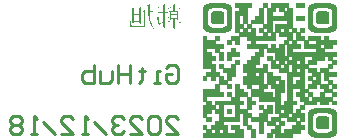
<source format=gbo>
G04*
G04 #@! TF.GenerationSoftware,Altium Limited,Altium Designer,21.9.2 (33)*
G04*
G04 Layer_Color=32896*
%FSLAX25Y25*%
%MOIN*%
G70*
G04*
G04 #@! TF.SameCoordinates,BDAA0F83-93E9-4538-AAC0-020DCC9D6774*
G04*
G04*
G04 #@! TF.FilePolarity,Positive*
G04*
G01*
G75*
%ADD10C,0.01000*%
%ADD31C,0.00100*%
G36*
X297570Y168945D02*
X297565Y168790D01*
X297560Y168645D01*
X297555Y168515D01*
X297550Y168400D01*
Y168295D01*
X297545Y168205D01*
Y168125D01*
Y168060D01*
X297540Y168000D01*
Y167950D01*
Y167915D01*
Y167885D01*
Y167865D01*
Y167855D01*
Y167850D01*
X299325D01*
X299010Y167540D01*
X298865Y167575D01*
X298715Y167600D01*
X298575Y167620D01*
X298445Y167630D01*
X298385Y167635D01*
X298335Y167640D01*
X298285D01*
X298245Y167645D01*
X297540D01*
Y166735D01*
X298275D01*
X298765Y166980D01*
X298755Y166690D01*
X298745Y166395D01*
X298740Y166255D01*
Y166115D01*
X298735Y165985D01*
Y165860D01*
Y165745D01*
X298730Y165640D01*
Y165550D01*
Y165470D01*
Y165405D01*
Y165360D01*
Y165330D01*
Y165325D01*
Y165320D01*
Y165155D01*
Y165000D01*
X298735Y164850D01*
Y164705D01*
X298740Y164575D01*
Y164450D01*
X298745Y164330D01*
Y164225D01*
X298750Y164130D01*
X298755Y164045D01*
Y163975D01*
X298760Y163915D01*
Y163865D01*
X298765Y163830D01*
Y163805D01*
Y163800D01*
X298275Y164045D01*
Y164185D01*
X297540D01*
Y163200D01*
X299500D01*
X299185Y162890D01*
X299040Y162925D01*
X298890Y162950D01*
X298750Y162970D01*
X298620Y162980D01*
X298560Y162985D01*
X298510Y162990D01*
X298460D01*
X298420Y162995D01*
X297540D01*
Y162825D01*
Y162655D01*
X297545Y162300D01*
X297550Y162120D01*
Y161950D01*
X297555Y161780D01*
Y161620D01*
X297560Y161470D01*
X297565Y161330D01*
Y161210D01*
X297570Y161105D01*
Y161060D01*
Y161020D01*
X297575Y160985D01*
Y160955D01*
Y160930D01*
Y160915D01*
Y160905D01*
Y160900D01*
X297050Y161180D01*
X297055Y161220D01*
Y161270D01*
X297060Y161380D01*
X297065Y161505D01*
X297070Y161640D01*
X297075Y161785D01*
Y161940D01*
X297080Y162245D01*
Y162395D01*
X297085Y162530D01*
Y162660D01*
Y162770D01*
Y162820D01*
Y162865D01*
Y162900D01*
Y162935D01*
Y162960D01*
Y162980D01*
Y162990D01*
Y162995D01*
X295025D01*
X295580Y163585D01*
X295965Y163200D01*
X297085D01*
Y164185D01*
X296315D01*
Y163870D01*
X295825Y164115D01*
X295830Y164155D01*
Y164205D01*
X295835Y164260D01*
Y164325D01*
X295840Y164395D01*
Y164470D01*
X295845Y164550D01*
Y164630D01*
X295850Y164810D01*
Y165005D01*
X295855Y165200D01*
Y165395D01*
Y165585D01*
X295860Y165770D01*
Y165935D01*
Y166015D01*
Y166085D01*
Y166150D01*
Y166210D01*
Y166260D01*
Y166305D01*
Y166340D01*
Y166365D01*
Y166380D01*
Y166385D01*
X295580Y166560D01*
X296070Y167015D01*
X296350Y166735D01*
X297085D01*
Y167645D01*
X295580D01*
X296105Y168200D01*
X296455Y167850D01*
X297085D01*
Y168550D01*
X296840Y168795D01*
X297575Y169115D01*
X297570Y168945D01*
D02*
G37*
G36*
X294180Y168935D02*
X294175Y168795D01*
X294170Y168665D01*
X294165Y168545D01*
X294160Y168435D01*
Y168335D01*
X294155Y168245D01*
Y168160D01*
Y168090D01*
X294150Y168025D01*
Y167970D01*
Y167930D01*
Y167895D01*
Y167870D01*
Y167855D01*
Y167850D01*
X295580D01*
X295270Y167540D01*
X295125Y167575D01*
X294975Y167600D01*
X294835Y167620D01*
X294705Y167630D01*
X294645Y167635D01*
X294595Y167640D01*
X294545D01*
X294505Y167645D01*
X294150D01*
Y166315D01*
X295405D01*
X295095Y166005D01*
X294950Y166040D01*
X294800Y166065D01*
X294660Y166085D01*
X294530Y166095D01*
X294470Y166100D01*
X294420Y166105D01*
X294370D01*
X294330Y166110D01*
X294150D01*
Y164845D01*
X295685D01*
X295370Y164535D01*
X295225Y164570D01*
X295080Y164595D01*
X294940Y164615D01*
X294810Y164625D01*
X294750Y164630D01*
X294700Y164635D01*
X294650D01*
X294610Y164640D01*
X294150D01*
Y164285D01*
Y163940D01*
X294155Y163600D01*
Y163270D01*
X294160Y162950D01*
Y162650D01*
X294165Y162365D01*
Y162225D01*
Y162095D01*
X294170Y161970D01*
Y161850D01*
Y161740D01*
X294175Y161635D01*
Y161535D01*
Y161440D01*
X294180Y161355D01*
Y161280D01*
Y161210D01*
Y161145D01*
X294185Y161095D01*
Y161050D01*
Y161015D01*
Y160990D01*
Y160975D01*
Y160970D01*
X293660Y161285D01*
X293670Y161560D01*
X293680Y161820D01*
X293685Y161950D01*
Y162070D01*
X293690Y162185D01*
Y162290D01*
Y162390D01*
X293695Y162480D01*
Y162555D01*
Y162625D01*
Y162680D01*
Y162715D01*
Y162740D01*
Y162750D01*
Y164640D01*
X292225D01*
Y164450D01*
Y164280D01*
X292230Y164120D01*
X292235Y163980D01*
X292240Y163850D01*
Y163735D01*
X292245Y163635D01*
X292250Y163545D01*
X292255Y163470D01*
X292260Y163405D01*
X292265Y163355D01*
X292270Y163310D01*
X292275Y163280D01*
Y163255D01*
X292280Y163245D01*
Y163240D01*
X292290Y163180D01*
X292305Y163125D01*
X292320Y163075D01*
X292335Y163030D01*
X292355Y162995D01*
X292375Y162965D01*
X292410Y162915D01*
X292445Y162885D01*
X292475Y162865D01*
X292495Y162855D01*
X292505D01*
X292545Y162850D01*
X292715D01*
X292785Y162855D01*
X292860Y162860D01*
X293010Y162875D01*
X293080Y162885D01*
X293150Y162895D01*
X293210Y162900D01*
X293270Y162910D01*
X293315Y162915D01*
X293350Y162920D01*
X293370Y162925D01*
X293380D01*
Y162785D01*
X293260Y162750D01*
X293155Y162710D01*
X293055Y162660D01*
X292970Y162615D01*
X292890Y162560D01*
X292820Y162510D01*
X292760Y162455D01*
X292710Y162405D01*
X292665Y162355D01*
X292630Y162310D01*
X292600Y162265D01*
X292580Y162230D01*
X292560Y162200D01*
X292550Y162175D01*
X292540Y162160D01*
Y162155D01*
X292435Y162205D01*
X292340Y162255D01*
X292255Y162315D01*
X292185Y162375D01*
X292120Y162435D01*
X292065Y162495D01*
X292015Y162555D01*
X291975Y162615D01*
X291945Y162670D01*
X291920Y162720D01*
X291900Y162770D01*
X291880Y162810D01*
X291870Y162845D01*
X291865Y162870D01*
X291860Y162885D01*
Y162890D01*
X291845Y162990D01*
X291830Y163105D01*
X291815Y163225D01*
X291800Y163360D01*
X291790Y163495D01*
X291780Y163635D01*
X291770Y163775D01*
X291765Y163915D01*
X291755Y164045D01*
X291750Y164170D01*
X291745Y164280D01*
X291740Y164375D01*
Y164455D01*
X291735Y164490D01*
Y164520D01*
Y164540D01*
Y164555D01*
Y164565D01*
Y164570D01*
X291525Y164740D01*
X291980Y165160D01*
X292260Y164845D01*
X293695D01*
Y166110D01*
X291805D01*
X292330Y166665D01*
X292680Y166315D01*
X293695D01*
Y167645D01*
X291630D01*
X292155Y168200D01*
X292505Y167850D01*
X293695D01*
Y168515D01*
X293450Y168765D01*
X294185Y169080D01*
X294180Y168935D01*
D02*
G37*
G36*
X289180Y168845D02*
X289175Y168675D01*
X289170Y168490D01*
X289165Y168305D01*
X289160Y167930D01*
X289155Y167750D01*
Y167575D01*
Y167410D01*
X289150Y167255D01*
Y167120D01*
Y167060D01*
Y167000D01*
Y166950D01*
Y166905D01*
Y166865D01*
Y166830D01*
Y166805D01*
Y166785D01*
Y166775D01*
Y166770D01*
X290410Y166705D01*
X290060Y166425D01*
X290000Y166450D01*
X289935Y166470D01*
X289865Y166490D01*
X289795Y166505D01*
X289735Y166515D01*
X289685Y166525D01*
X289665D01*
X289650Y166530D01*
X289640D01*
X289150Y166565D01*
Y165760D01*
X289165Y165485D01*
X289190Y165215D01*
X289220Y164955D01*
X289250Y164700D01*
X289290Y164455D01*
X289335Y164215D01*
X289380Y163980D01*
X289435Y163755D01*
X289490Y163540D01*
X289545Y163330D01*
X289605Y163130D01*
X289665Y162935D01*
X289730Y162755D01*
X289790Y162575D01*
X289855Y162410D01*
X289920Y162250D01*
X289985Y162100D01*
X290045Y161960D01*
X290110Y161825D01*
X290170Y161700D01*
X290225Y161585D01*
X290280Y161480D01*
X290330Y161385D01*
X290380Y161300D01*
X290425Y161225D01*
X290465Y161155D01*
X290500Y161100D01*
X290530Y161055D01*
X290555Y161015D01*
X290570Y160990D01*
X290580Y160975D01*
X290585Y160970D01*
X290480Y160900D01*
X290330Y161065D01*
X290190Y161235D01*
X290055Y161415D01*
X289930Y161600D01*
X289815Y161790D01*
X289705Y161985D01*
X289600Y162180D01*
X289505Y162380D01*
X289420Y162585D01*
X289335Y162785D01*
X289260Y162990D01*
X289190Y163190D01*
X289130Y163390D01*
X289070Y163585D01*
X289020Y163780D01*
X288970Y163970D01*
X288930Y164155D01*
X288890Y164335D01*
X288855Y164510D01*
X288825Y164675D01*
X288800Y164830D01*
X288780Y164975D01*
X288760Y165115D01*
X288740Y165240D01*
X288730Y165355D01*
X288720Y165460D01*
X288710Y165545D01*
X288705Y165620D01*
X288700Y165680D01*
X288695Y165725D01*
Y165750D01*
Y165760D01*
Y166600D01*
X287680Y166670D01*
Y162120D01*
Y161985D01*
X287660Y161865D01*
X287630Y161760D01*
X287590Y161670D01*
X287540Y161595D01*
X287485Y161530D01*
X287425Y161475D01*
X287360Y161435D01*
X287295Y161400D01*
X287235Y161370D01*
X287175Y161350D01*
X287125Y161340D01*
X287080Y161330D01*
X287045Y161325D01*
X287025Y161320D01*
X283065D01*
X282975Y161330D01*
X282895Y161350D01*
X282815Y161375D01*
X282745Y161405D01*
X282675Y161440D01*
X282615Y161480D01*
X282560Y161520D01*
X282515Y161560D01*
X282470Y161600D01*
X282435Y161640D01*
X282400Y161675D01*
X282375Y161710D01*
X282355Y161735D01*
X282340Y161755D01*
X282335Y161770D01*
X282330Y161775D01*
X282390Y161805D01*
X282445Y161835D01*
X282495Y161870D01*
X282540Y161910D01*
X282575Y161950D01*
X282605Y161995D01*
X282655Y162075D01*
X282685Y162155D01*
X282695Y162185D01*
X282705Y162215D01*
X282710Y162240D01*
X282715Y162260D01*
Y162270D01*
Y162275D01*
X282720Y162345D01*
X282725Y162425D01*
X282735Y162580D01*
X282740Y162745D01*
X282745Y162895D01*
Y162965D01*
X282750Y163030D01*
Y163090D01*
Y163140D01*
Y163185D01*
Y163215D01*
Y163235D01*
Y163240D01*
X282925D01*
X282940Y163045D01*
X282955Y162860D01*
X282975Y162685D01*
X282980Y162605D01*
X282990Y162530D01*
X283000Y162460D01*
X283005Y162400D01*
X283015Y162345D01*
X283020Y162295D01*
X283025Y162260D01*
Y162235D01*
X283030Y162215D01*
Y162210D01*
X283045Y162120D01*
X283070Y162045D01*
X283100Y161975D01*
X283130Y161920D01*
X283165Y161870D01*
X283205Y161830D01*
X283245Y161795D01*
X283285Y161770D01*
X283320Y161745D01*
X283360Y161730D01*
X283425Y161715D01*
X283450Y161710D01*
X283470Y161705D01*
X286825D01*
X286905Y161715D01*
X286975Y161735D01*
X287035Y161765D01*
X287080Y161800D01*
X287120Y161845D01*
X287150Y161890D01*
X287175Y161935D01*
X287195Y161980D01*
X287210Y162025D01*
X287215Y162070D01*
X287220Y162110D01*
X287225Y162140D01*
Y162170D01*
Y162185D01*
Y162190D01*
Y166565D01*
X286945Y166805D01*
X287470Y167225D01*
X287715Y166875D01*
X288695Y166805D01*
Y168345D01*
X288345Y168590D01*
X289185Y169010D01*
X289180Y168845D01*
D02*
G37*
G36*
X283940Y167885D02*
X285760D01*
X286250Y168165D01*
X286245Y167890D01*
X286240Y167625D01*
X286235Y167360D01*
X286230Y167105D01*
X286225Y166860D01*
Y166625D01*
X286220Y166405D01*
Y166200D01*
Y166015D01*
X286215Y165925D01*
Y165845D01*
Y165770D01*
Y165695D01*
Y165630D01*
Y165570D01*
Y165520D01*
Y165470D01*
Y165430D01*
Y165395D01*
Y165370D01*
Y165350D01*
Y165340D01*
Y165335D01*
Y164820D01*
X286220Y164560D01*
Y164305D01*
X286225Y164060D01*
Y163820D01*
X286230Y163590D01*
Y163375D01*
X286235Y163175D01*
Y163080D01*
X286240Y162995D01*
Y162910D01*
Y162835D01*
X286245Y162760D01*
Y162695D01*
Y162640D01*
Y162585D01*
X286250Y162540D01*
Y162505D01*
Y162475D01*
Y162455D01*
Y162440D01*
Y162435D01*
X285760Y162715D01*
Y163205D01*
X283870D01*
Y162610D01*
X283380Y162890D01*
X283385Y162970D01*
Y163065D01*
X283390Y163175D01*
Y163300D01*
X283395Y163440D01*
Y163590D01*
X283400Y163755D01*
Y163925D01*
Y164105D01*
X283405Y164290D01*
Y164485D01*
Y164680D01*
X283410Y165085D01*
Y165490D01*
Y165885D01*
X283415Y166075D01*
Y166260D01*
Y166440D01*
Y166610D01*
Y166770D01*
Y166915D01*
Y167050D01*
Y167175D01*
Y167280D01*
Y167370D01*
Y167445D01*
Y167470D01*
Y167495D01*
Y167515D01*
Y167530D01*
Y167535D01*
Y167540D01*
X283170Y167780D01*
X283695Y168200D01*
X283940Y167885D01*
D02*
G37*
%LPC*%
G36*
X298275Y166530D02*
X296315D01*
Y165580D01*
X298275D01*
Y166530D01*
D02*
G37*
G36*
Y165375D02*
X296315D01*
Y164390D01*
X298275D01*
Y165375D01*
D02*
G37*
G36*
X285760Y167680D02*
X283870D01*
Y165685D01*
X285760D01*
Y167680D01*
D02*
G37*
G36*
Y165480D02*
X283870D01*
Y163410D01*
X285760D01*
Y165480D01*
D02*
G37*
%LPD*%
D10*
X294501Y147898D02*
X295501Y148898D01*
X297500D01*
X298500Y147898D01*
Y143900D01*
X297500Y142900D01*
X295501D01*
X294501Y143900D01*
Y145899D01*
X296501D01*
X292502Y142900D02*
X290503D01*
X291502D01*
Y146899D01*
X292502D01*
X286504Y147898D02*
Y146899D01*
X287504D01*
X285504D01*
X286504D01*
Y143900D01*
X285504Y142900D01*
X282505Y148898D02*
Y142900D01*
Y145899D01*
X278506D01*
Y148898D01*
Y142900D01*
X276507Y146899D02*
Y143900D01*
X275507Y142900D01*
X272508D01*
Y146899D01*
X270509Y148898D02*
Y142900D01*
X267510D01*
X266510Y143900D01*
Y144899D01*
Y145899D01*
X267510Y146899D01*
X270509D01*
X294501Y125900D02*
X298500D01*
X294501Y129899D01*
Y130898D01*
X295501Y131898D01*
X297500D01*
X298500Y130898D01*
X292502D02*
X291502Y131898D01*
X289503D01*
X288503Y130898D01*
Y126900D01*
X289503Y125900D01*
X291502D01*
X292502Y126900D01*
Y130898D01*
X282505Y125900D02*
X286504D01*
X282505Y129899D01*
Y130898D01*
X283505Y131898D01*
X285504D01*
X286504Y130898D01*
X280506D02*
X279506Y131898D01*
X277507D01*
X276507Y130898D01*
Y129899D01*
X277507Y128899D01*
X278506D01*
X277507D01*
X276507Y127899D01*
Y126900D01*
X277507Y125900D01*
X279506D01*
X280506Y126900D01*
X274508Y125900D02*
X270509Y129899D01*
X268510Y125900D02*
X266510D01*
X267510D01*
Y131898D01*
X268510Y130898D01*
X259513Y125900D02*
X263511D01*
X259513Y129899D01*
Y130898D01*
X260512Y131898D01*
X262512D01*
X263511Y130898D01*
X257513Y125900D02*
X253515Y129899D01*
X251515Y125900D02*
X249516D01*
X250516D01*
Y131898D01*
X251515Y130898D01*
X246517D02*
X245517Y131898D01*
X243518D01*
X242518Y130898D01*
Y129899D01*
X243518Y128899D01*
X242518Y127899D01*
Y126900D01*
X243518Y125900D01*
X245517D01*
X246517Y126900D01*
Y127899D01*
X245517Y128899D01*
X246517Y129899D01*
Y130898D01*
X245517Y128899D02*
X243518D01*
D31*
X306900Y125100D02*
X320300D01*
X323000D02*
X324400D01*
X328400D02*
X329800D01*
X331100D02*
X336500D01*
X306900Y125200D02*
X320300D01*
X343100Y125100D02*
X350200D01*
X323000Y125200D02*
X324400D01*
X328400D02*
X329800D01*
X331100D02*
X336500D01*
X342900D02*
X350400D01*
X306900Y125300D02*
X320300D01*
X323000D02*
X324400D01*
X328400D02*
X329800D01*
X331100D02*
X336500D01*
X306900Y125400D02*
X320300D01*
X342800Y125300D02*
X350500D01*
X323000Y125400D02*
X324400D01*
X328400D02*
X329800D01*
X331100D02*
X336500D01*
X342600D02*
X350700D01*
X306900Y125500D02*
X320300D01*
X323000D02*
X324400D01*
X328400D02*
X329800D01*
X331100D02*
X336500D01*
X306900Y125600D02*
X320300D01*
X342500Y125500D02*
X350800D01*
X323000Y125600D02*
X324400D01*
X328400D02*
X329800D01*
X331100D02*
X336500D01*
X342400D02*
X350900D01*
X306900Y125000D02*
X320300D01*
X323000D02*
X324400D01*
X328400D02*
X329800D01*
X331100D02*
X336500D01*
X343400D02*
X349900D01*
X306900Y124900D02*
X320300D01*
X323000Y126200D02*
X324400D01*
X325700Y126500D02*
X327100D01*
X325700Y126700D02*
X327100D01*
X325700Y126800D02*
X327100D01*
X323000Y127400D02*
X324400D01*
X320300Y131700D02*
X323000D01*
X320300Y131900D02*
X323000D01*
X320300Y132100D02*
X323000D01*
X320300Y132400D02*
X323000D01*
X325700Y127000D02*
X327100D01*
X310800Y126100D02*
X312200D01*
X308100D02*
X309500D01*
X323000Y124900D02*
X324400D01*
X328400D02*
X329800D01*
X331100D02*
X336500D01*
X344000D02*
X349300D01*
X323000Y126100D02*
X324400D01*
X325700D02*
X327100D01*
X329700D02*
X332500D01*
X321600Y136300D02*
X324400D01*
X320300Y132700D02*
X323000D01*
X308100Y127200D02*
X309500D01*
X310800D02*
X312200D01*
X313500D02*
X314900D01*
X317600D02*
X320300D01*
X323000D02*
X324400D01*
X308100Y127300D02*
X309500D01*
X325700Y127400D02*
X327100D01*
X325700Y131600D02*
X328400D01*
X325700Y132300D02*
X328400D01*
X325700Y132400D02*
X328400D01*
X325700Y132600D02*
X328400D01*
X325700Y127300D02*
X327100D01*
X313500Y127400D02*
X314900D01*
X317600D02*
X320300D01*
X317600Y131600D02*
X319000D01*
X306900D02*
X308100D01*
X327000Y132900D02*
X329800D01*
X327000Y133200D02*
X329800D01*
X327000Y133900D02*
X329800D01*
X332400Y131600D02*
X335200D01*
X306900Y131700D02*
X308100D01*
X312200D02*
X313600D01*
X317600D02*
X319000D01*
X306900Y131800D02*
X308100D01*
X317600D02*
X319000D01*
X320300D02*
X323000D01*
X317600Y132900D02*
X321700D01*
X312200Y131800D02*
X313600D01*
X306900Y131900D02*
X308100D01*
X312200D02*
X313600D01*
X317600D02*
X319000D01*
X306900Y132000D02*
X308100D01*
X310800Y132900D02*
X313600D01*
X314900D02*
X316300D01*
X306900D02*
X309500D01*
X306900Y132800D02*
X308100D01*
X306900Y125700D02*
X320300D01*
X323000D02*
X324400D01*
X328400D02*
X329800D01*
X331100D02*
X336500D01*
X306900Y125800D02*
X320300D01*
X342400Y125700D02*
X351000D01*
X323000Y125800D02*
X324400D01*
X328400D02*
X329800D01*
X331100D02*
X336500D01*
X342300D02*
X351000D01*
X306900Y125900D02*
X320300D01*
X323000D02*
X324400D01*
X328400D02*
X329800D01*
X331100D02*
X336500D01*
X306900Y126000D02*
X320300D01*
X323000D02*
X324400D01*
X342200Y125900D02*
X351100D01*
X308100Y126200D02*
X309500D01*
X310800D02*
X312200D01*
X313500D02*
X314900D01*
X317600D02*
X320300D01*
X308100Y126400D02*
X309500D01*
X313500Y126100D02*
X314900D01*
X316200D02*
X316300D01*
X317600D02*
X320300D01*
X342100D02*
X351200D01*
X325700Y126200D02*
X327100D01*
X329700D02*
X332500D01*
X333800D02*
X339200D01*
X342100D02*
X351200D01*
X328400Y126000D02*
X329800D01*
X331100D02*
X336500D01*
X333800Y126100D02*
X339200D01*
X342200Y126000D02*
X351100D01*
X310800Y126400D02*
X312200D01*
X313500D02*
X314900D01*
X317600D02*
X320300D01*
X325700D02*
X327100D01*
X308100Y126300D02*
X309500D01*
X310800D02*
X312200D01*
X313500D02*
X314900D01*
X317600D02*
X320300D01*
X323000D02*
X324400D01*
X325700D02*
X327100D01*
X329700D02*
X332500D01*
X333800D02*
X339200D01*
X342100D02*
X344700D01*
X323000Y126400D02*
X324400D01*
X348700Y126300D02*
X351200D01*
X308100Y126500D02*
X309500D01*
X310800D02*
X312200D01*
X313500D02*
X314900D01*
X317600D02*
X320300D01*
X323000D02*
X324400D01*
X308100Y127100D02*
X309500D01*
X329700Y126400D02*
X332500D01*
X333800D02*
X339200D01*
X342000D02*
X344200D01*
X329700Y127000D02*
X332500D01*
X349100Y126400D02*
X351300D01*
X329700Y126500D02*
X332500D01*
X333800D02*
X339200D01*
X342000D02*
X344000D01*
X349300D02*
X351300D01*
X308100Y126600D02*
X309500D01*
X310800D02*
X312200D01*
X313500D02*
X314900D01*
X317600D02*
X320300D01*
X323000D02*
X324400D01*
X325700D02*
X327100D01*
X329700D02*
X332500D01*
X333800D02*
X339200D01*
X342000D02*
X343900D01*
X308100Y126700D02*
X309500D01*
X310800D02*
X312200D01*
X349400Y126600D02*
X351300D01*
X313500Y126700D02*
X314900D01*
X317600D02*
X320300D01*
X323000D02*
X324400D01*
X333800Y127000D02*
X339200D01*
X329700Y126700D02*
X332500D01*
X333800D02*
X339200D01*
X342000D02*
X343800D01*
X349600D02*
X351300D01*
X308100Y126800D02*
X309500D01*
X310800D02*
X312200D01*
X313500D02*
X314900D01*
X317600D02*
X320300D01*
X323000D02*
X324400D01*
X341900Y127000D02*
X343500D01*
X329700Y126800D02*
X332500D01*
X333800D02*
X339200D01*
X342000D02*
X343700D01*
X349600D02*
X351300D01*
X308100Y126900D02*
X309500D01*
X310800D02*
X312200D01*
X313500D02*
X314900D01*
X317600D02*
X320300D01*
X323000D02*
X324400D01*
X325700D02*
X327100D01*
X329700D02*
X332500D01*
X333800D02*
X339200D01*
X342000D02*
X343600D01*
X308100Y127000D02*
X309500D01*
X310800D02*
X312200D01*
X349700Y126900D02*
X351400D01*
X310800Y127100D02*
X312200D01*
X313500D02*
X314900D01*
X317600D02*
X320300D01*
X323000D02*
X324400D01*
X313500Y127300D02*
X314900D01*
X317600D02*
X320300D01*
X323000D02*
X324400D01*
X325700Y127200D02*
X327100D01*
X310800Y127300D02*
X312200D01*
X325700Y127100D02*
X327100D01*
X313500Y127000D02*
X314900D01*
X317600D02*
X320300D01*
X323000D02*
X324400D01*
X349800D02*
X351400D01*
X329700Y127100D02*
X332500D01*
X333800D02*
X339200D01*
X341900D02*
X343500D01*
X349800D02*
X351400D01*
X329700Y127200D02*
X332500D01*
X333800D02*
X339200D01*
X341900D02*
X343400D01*
X349900D02*
X351400D01*
X329700Y127300D02*
X332500D01*
X333800D02*
X339200D01*
X341900D02*
X343400D01*
X349900D02*
X351400D01*
X308100Y127400D02*
X309500D01*
X310800D02*
X312200D01*
X329700D02*
X332500D01*
X333800D02*
X339200D01*
X341900D02*
X343400D01*
X349900D02*
X351400D01*
X306900Y127500D02*
X308100D01*
X309500D02*
X314900D01*
X316200D02*
X319000D01*
X321600D02*
X323000D01*
X325700D02*
X327100D01*
X331100D02*
X332500D01*
X336500D02*
X340600D01*
X341900D02*
X343400D01*
X306900Y127600D02*
X308100D01*
X309500D02*
X314900D01*
X349900Y127500D02*
X351400D01*
X316200Y127600D02*
X319000D01*
X321600D02*
X323000D01*
X325700D02*
X327100D01*
X331100D02*
X332500D01*
X336500D02*
X340600D01*
X341900D02*
X343400D01*
X345300D02*
X348000D01*
X350000D02*
X351400D01*
X306900Y127700D02*
X308100D01*
X309500D02*
X314900D01*
X316200D02*
X319000D01*
X321600D02*
X323000D01*
X325700D02*
X327100D01*
X331100D02*
X332500D01*
X336500D02*
X340600D01*
X341900D02*
X343300D01*
X345000D02*
X348300D01*
X306900Y127800D02*
X308100D01*
X309500D02*
X314900D01*
X350000Y127700D02*
X351400D01*
X316200Y127800D02*
X319000D01*
X321600D02*
X323000D01*
X325700D02*
X327100D01*
X331100D02*
X332500D01*
X336500D02*
X340600D01*
X341900D02*
X343300D01*
X344900D02*
X348400D01*
X350000D02*
X351400D01*
X306900Y127900D02*
X308100D01*
X309500D02*
X314900D01*
X316200D02*
X319000D01*
X321600D02*
X323000D01*
X325700D02*
X327100D01*
X331100D02*
X332500D01*
X336500D02*
X340600D01*
X341900D02*
X343300D01*
X344800D02*
X348500D01*
X306900Y128000D02*
X308100D01*
X309500D02*
X314900D01*
X350000Y127900D02*
X351400D01*
X316200Y128000D02*
X319000D01*
X321600D02*
X323000D01*
X325700D02*
X327100D01*
X331100D02*
X332500D01*
X336500D02*
X340600D01*
X341900D02*
X343300D01*
X344700D02*
X348600D01*
X350000D02*
X351400D01*
X306900Y128100D02*
X308100D01*
X309500D02*
X314900D01*
X316200D02*
X319000D01*
X321600D02*
X323000D01*
X325700D02*
X327100D01*
X331100D02*
X332500D01*
X336500D02*
X340600D01*
X341900D02*
X343300D01*
X344700D02*
X348600D01*
X350000D02*
X351400D01*
X306900Y128200D02*
X308100D01*
X309500D02*
X314900D01*
X316200D02*
X319000D01*
X321600D02*
X323000D01*
X325700D02*
X327100D01*
X331100D02*
X332500D01*
X336500D02*
X340600D01*
X341900D02*
X343300D01*
X344700D02*
X348600D01*
X306900Y128300D02*
X308100D01*
X309500D02*
X314900D01*
X350000Y128200D02*
X351400D01*
X316200Y128300D02*
X319000D01*
X321600D02*
X323000D01*
X325700D02*
X327100D01*
X331100D02*
X332500D01*
X336500D02*
X340600D01*
X341900D02*
X343300D01*
X344600D02*
X348700D01*
X350000D02*
X351400D01*
X306900Y128400D02*
X308100D01*
X309500D02*
X314900D01*
X316200D02*
X319000D01*
X321600D02*
X323000D01*
X325700D02*
X327100D01*
X331100D02*
X332500D01*
X336500D02*
X340600D01*
X341900D02*
X343300D01*
X344600D02*
X348700D01*
X306900Y128500D02*
X308100D01*
X309500D02*
X314900D01*
X350000Y128400D02*
X351400D01*
X316200Y128500D02*
X319000D01*
X321600D02*
X323000D01*
X325700D02*
X327100D01*
X331100D02*
X332500D01*
X336500D02*
X340600D01*
X341900D02*
X343300D01*
X344600D02*
X348700D01*
X350000D02*
X351400D01*
X306900Y128600D02*
X308100D01*
X309500D02*
X314900D01*
X316200D02*
X319000D01*
X321600D02*
X323000D01*
X325700D02*
X327100D01*
X331100D02*
X332500D01*
X336500D02*
X340600D01*
X341900D02*
X343300D01*
X344600D02*
X348700D01*
X306900Y128700D02*
X308100D01*
X309500D02*
X314900D01*
X350000Y128600D02*
X351400D01*
X316200Y128700D02*
X319000D01*
X321600D02*
X323000D01*
X325700D02*
X327100D01*
X331100D02*
X332500D01*
X336500D02*
X340600D01*
X341900D02*
X343300D01*
X344600D02*
X348700D01*
X310800Y128800D02*
X313600D01*
X350000Y128700D02*
X351400D01*
X320300Y128800D02*
X321700D01*
X325700D02*
X327100D01*
X328400D02*
X331100D01*
X332400D02*
X333800D01*
X337800D02*
X339200D01*
X341900D02*
X343300D01*
X344600D02*
X348700D01*
X350000D02*
X351400D01*
X310800Y128900D02*
X313600D01*
X320300D02*
X321700D01*
X325700D02*
X327100D01*
X328400D02*
X331100D01*
X332400D02*
X333800D01*
X337800D02*
X339200D01*
X341900D02*
X343300D01*
X344600D02*
X348700D01*
X350000D02*
X351400D01*
X310800Y129000D02*
X313600D01*
X320300D02*
X321700D01*
X325700D02*
X327100D01*
X328400D02*
X331100D01*
X332400D02*
X333800D01*
X337800D02*
X339200D01*
X341900D02*
X343300D01*
X344600D02*
X348700D01*
X310800Y129100D02*
X313600D01*
X350000Y129000D02*
X351400D01*
X320300Y129100D02*
X321700D01*
X325700D02*
X327100D01*
X328400D02*
X331100D01*
X332400D02*
X333800D01*
X337800D02*
X339200D01*
X341900D02*
X343300D01*
X344600D02*
X348700D01*
X350000D02*
X351400D01*
X310800Y129200D02*
X313600D01*
X320300D02*
X321700D01*
X325700D02*
X327100D01*
X328400D02*
X331100D01*
X332400D02*
X333800D01*
X337800D02*
X339200D01*
X341900D02*
X343300D01*
X344600D02*
X348700D01*
X310800Y129300D02*
X313600D01*
X350000Y129200D02*
X351400D01*
X320300Y129300D02*
X321700D01*
X325700D02*
X327100D01*
X328400D02*
X331100D01*
X332400D02*
X333800D01*
X337800D02*
X339200D01*
X341900D02*
X343300D01*
X344600D02*
X348700D01*
X350000D02*
X351400D01*
X310800Y129400D02*
X313600D01*
X320300D02*
X321700D01*
X325700D02*
X327100D01*
X328400D02*
X331100D01*
X332400D02*
X333800D01*
X337800D02*
X339200D01*
X341900D02*
X343300D01*
X344600D02*
X348700D01*
X310800Y129500D02*
X313600D01*
X350000Y129400D02*
X351400D01*
X320300Y129500D02*
X321700D01*
X325700D02*
X327100D01*
X328400D02*
X331100D01*
X332400D02*
X333800D01*
X337800D02*
X339200D01*
X341900D02*
X343300D01*
X344600D02*
X348700D01*
X350000D02*
X351400D01*
X310800Y129600D02*
X313600D01*
X320300D02*
X321700D01*
X325700D02*
X327100D01*
X328400D02*
X331100D01*
X332400D02*
X333800D01*
X337800D02*
X339200D01*
X341900D02*
X343300D01*
X344600D02*
X348700D01*
X350000D02*
X351400D01*
X310800Y129700D02*
X313600D01*
X320300D02*
X321700D01*
X325700D02*
X327100D01*
X328400D02*
X331100D01*
X332400D02*
X333800D01*
X337800D02*
X339200D01*
X341900D02*
X343300D01*
X344600D02*
X348700D01*
X310800Y129800D02*
X313600D01*
X350000Y129700D02*
X351400D01*
X320300Y129800D02*
X321700D01*
X325700D02*
X327100D01*
X328400D02*
X331100D01*
X332400D02*
X333800D01*
X337800D02*
X339200D01*
X341900D02*
X343300D01*
X344600D02*
X348700D01*
X350000D02*
X351400D01*
X310800Y129900D02*
X313600D01*
X320300D02*
X321700D01*
X325700D02*
X327100D01*
X328400D02*
X331100D01*
X332400D02*
X333800D01*
X337800D02*
X339200D01*
X341900D02*
X343300D01*
X344600D02*
X348700D01*
X310800Y130000D02*
X313600D01*
X350000Y129900D02*
X351400D01*
X320300Y130000D02*
X321700D01*
X325700D02*
X327100D01*
X328400D02*
X331100D01*
X332400D02*
X333800D01*
X337800D02*
X339200D01*
X341900D02*
X343300D01*
X344600D02*
X348700D01*
X350000D02*
X351400D01*
X310800Y130100D02*
X313600D01*
X320300D02*
X321700D01*
X325700D02*
X327100D01*
X328400D02*
X331100D01*
X332400D02*
X333800D01*
X337800D02*
X339200D01*
X341900D02*
X343300D01*
X344600D02*
X348700D01*
X308100Y130200D02*
X309500D01*
X312200D02*
X319000D01*
X350000Y130100D02*
X351400D01*
X320300Y130200D02*
X321700D01*
X323000D02*
X328400D01*
X329700D02*
X332500D01*
X335100D02*
X337900D01*
X339200D02*
X340600D01*
X341900D02*
X343300D01*
X344600D02*
X348700D01*
X350000D02*
X351400D01*
X308100Y130300D02*
X309500D01*
X312200D02*
X319000D01*
X320300D02*
X321700D01*
X323000D02*
X328400D01*
X329700D02*
X332500D01*
X335100D02*
X337900D01*
X339200D02*
X340600D01*
X341900D02*
X343300D01*
X344600D02*
X348700D01*
X350000D02*
X351400D01*
X308100Y130400D02*
X309500D01*
X312200D02*
X319000D01*
X320300D02*
X321700D01*
X323000D02*
X328400D01*
X329700D02*
X332500D01*
X335100D02*
X337900D01*
X339200D02*
X340600D01*
X341900D02*
X343300D01*
X344600D02*
X348700D01*
X308100Y130500D02*
X309500D01*
X312200D02*
X319000D01*
X350000Y130400D02*
X351400D01*
X320300Y130500D02*
X321700D01*
X323000D02*
X328400D01*
X329700D02*
X332500D01*
X335100D02*
X337900D01*
X339200D02*
X340600D01*
X341900D02*
X343300D01*
X344600D02*
X348700D01*
X350000D02*
X351400D01*
X308100Y130600D02*
X309500D01*
X312200D02*
X319000D01*
X320300D02*
X321700D01*
X323000D02*
X328400D01*
X329700D02*
X332500D01*
X335100D02*
X337900D01*
X339200D02*
X340600D01*
X341900D02*
X343300D01*
X344600D02*
X348700D01*
X308100Y130700D02*
X309500D01*
X312200D02*
X319000D01*
X350000Y130600D02*
X351400D01*
X320300Y130700D02*
X321700D01*
X323000D02*
X328400D01*
X329700D02*
X332500D01*
X335100D02*
X337900D01*
X339200D02*
X340600D01*
X341900D02*
X343300D01*
X344600D02*
X348700D01*
X350000D02*
X351400D01*
X308100Y130800D02*
X309500D01*
X312200D02*
X319000D01*
X320300D02*
X321700D01*
X323000D02*
X328400D01*
X329700D02*
X332500D01*
X335100D02*
X337900D01*
X339200D02*
X340600D01*
X341900D02*
X343300D01*
X344600D02*
X348700D01*
X308100Y130900D02*
X309500D01*
X312200D02*
X319000D01*
X350000Y130800D02*
X351400D01*
X320300Y130900D02*
X321700D01*
X323000D02*
X328400D01*
X329700D02*
X332500D01*
X335100D02*
X337900D01*
X339200D02*
X340600D01*
X341900D02*
X343300D01*
X344600D02*
X348700D01*
X350000D02*
X351400D01*
X306900Y132700D02*
X308100D01*
X312200D02*
X313600D01*
X317600D02*
X319000D01*
X342000Y132800D02*
X344200D01*
X325700Y132700D02*
X328400D01*
X332400D02*
X335200D01*
X336500D02*
X340600D01*
X342000D02*
X344000D01*
X325700Y132800D02*
X328400D01*
X349300Y132700D02*
X351300D01*
X312200Y132800D02*
X313600D01*
X317600D02*
X319000D01*
X320300D02*
X323000D01*
X349100D02*
X351300D01*
X331100Y132900D02*
X332500D01*
X331100Y135600D02*
X332500D01*
X331100Y135700D02*
X332500D01*
X331100Y135800D02*
X332500D01*
X331100Y135900D02*
X332500D01*
X331100Y136300D02*
X332500D01*
X331100Y136400D02*
X332500D01*
X331100Y136500D02*
X332500D01*
X331100Y136600D02*
X332500D01*
X337800Y132900D02*
X339200D01*
X306900Y133000D02*
X309500D01*
X310800D02*
X313600D01*
X314900D02*
X316300D01*
X317600D02*
X321700D01*
X327000D02*
X329800D01*
X331100D02*
X332500D01*
X333800D02*
X336500D01*
X337800D02*
X339200D01*
X327000Y133100D02*
X329800D01*
X306900D02*
X309500D01*
X314900D02*
X316300D01*
X317600D02*
X321700D01*
X317600Y133200D02*
X321700D01*
X310800Y133100D02*
X313600D01*
X306900Y133200D02*
X309500D01*
X310800D02*
X313600D01*
X314900D02*
X316300D01*
X310800Y133300D02*
X313600D01*
X306900D02*
X309500D01*
X314900D02*
X316300D01*
X317600D02*
X321700D01*
X327000D02*
X329800D01*
X342200D02*
X351100D01*
X306900Y133400D02*
X309500D01*
X310800D02*
X313600D01*
X314900D02*
X316300D01*
X317600D02*
X321700D01*
X327000D02*
X329800D01*
X331100D02*
X332500D01*
X333800D02*
X336500D01*
X337800D02*
X339200D01*
X327000Y133600D02*
X329800D01*
X306900Y133500D02*
X309500D01*
X306900Y133800D02*
X309500D01*
X310800D02*
X313600D01*
X314900D02*
X316300D01*
X317600D02*
X321700D01*
X327000D02*
X329800D01*
X331100D02*
X332500D01*
X333800D02*
X336500D01*
X317600Y134000D02*
X321700D01*
X321600Y135500D02*
X323000D01*
X306900Y133900D02*
X309500D01*
X327000Y134000D02*
X329800D01*
X331100D02*
X332500D01*
X333800D02*
X336500D01*
X337800D02*
X339200D01*
X321600Y135400D02*
X323000D01*
X342900Y134000D02*
X350400D01*
X306900Y134200D02*
X313600D01*
X314900D02*
X316200D01*
X317600D02*
X323000D01*
X325700D02*
X329800D01*
X331100D02*
X336500D01*
X337800D02*
X340600D01*
X310800Y136300D02*
X320300D01*
X306900Y134300D02*
X310800D01*
X306900Y134000D02*
X309500D01*
X310800D02*
X313600D01*
X310800Y134100D02*
X313600D01*
X306900D02*
X309500D01*
X317600Y132000D02*
X319000D01*
X320300D02*
X323000D01*
X317600Y132400D02*
X319000D01*
X312200Y132000D02*
X313600D01*
X325700Y131900D02*
X328400D01*
X332400D02*
X335200D01*
X336500D02*
X340600D01*
X341900D02*
X343400D01*
X325700Y132000D02*
X328400D01*
X349900Y131900D02*
X351400D01*
X306900Y132100D02*
X308100D01*
X312200D02*
X313600D01*
X317600D02*
X319000D01*
X306900Y132200D02*
X308100D01*
X332400Y132000D02*
X335200D01*
X336500D02*
X340600D01*
X341900D02*
X343400D01*
X349900D02*
X351400D01*
X312200Y132200D02*
X313600D01*
X317600D02*
X319000D01*
X320300D02*
X323000D01*
X312200Y132400D02*
X313600D01*
X325700Y132100D02*
X328400D01*
X332400D02*
X335200D01*
X336500D02*
X340600D01*
X341900D02*
X343500D01*
X325700Y132200D02*
X328400D01*
X349800Y132100D02*
X351400D01*
X306900Y132300D02*
X308100D01*
X312200D02*
X313600D01*
X317600D02*
X319000D01*
X320300D02*
X323000D01*
X306900Y132400D02*
X308100D01*
X332400Y132200D02*
X335200D01*
X336500D02*
X340600D01*
X341900D02*
X343500D01*
X349800D02*
X351400D01*
X332400Y132300D02*
X335200D01*
X336500D02*
X340600D01*
X342000D02*
X343600D01*
X332400Y132800D02*
X335200D01*
X349700Y132300D02*
X351400D01*
X332400Y132400D02*
X335200D01*
X336500D02*
X340600D01*
X342000D02*
X343700D01*
X349700D02*
X351300D01*
X306900Y132500D02*
X308100D01*
X312200D02*
X313600D01*
X317600D02*
X319000D01*
X320300D02*
X323000D01*
X325700D02*
X328400D01*
X332400D02*
X335200D01*
X336500D02*
X340600D01*
X342000D02*
X343700D01*
X306900Y132600D02*
X308100D01*
X349600Y132500D02*
X351300D01*
X312200Y132600D02*
X313600D01*
X317600D02*
X319000D01*
X320300D02*
X323000D01*
X336500Y132800D02*
X340600D01*
X332400Y132600D02*
X335200D01*
X336500D02*
X340600D01*
X342000D02*
X343900D01*
X349500D02*
X351300D01*
X308100Y131000D02*
X309500D01*
X312200D02*
X319000D01*
X320300D02*
X321700D01*
X323000D02*
X328400D01*
X329700D02*
X332500D01*
X335100D02*
X337900D01*
X339200D02*
X340600D01*
X341900D02*
X343300D01*
X344700D02*
X348700D01*
X308100Y131100D02*
X309500D01*
X312200D02*
X319000D01*
X350000Y131000D02*
X351400D01*
X320300Y131100D02*
X321700D01*
X323000D02*
X328400D01*
X329700D02*
X332500D01*
X335100D02*
X337900D01*
X339200D02*
X340600D01*
X341900D02*
X343300D01*
X344700D02*
X348600D01*
X350000D02*
X351400D01*
X308100Y131200D02*
X309500D01*
X312200D02*
X319000D01*
X320300D02*
X321700D01*
X323000D02*
X328400D01*
X329700D02*
X332500D01*
X335100D02*
X337900D01*
X339200D02*
X340600D01*
X341900D02*
X343300D01*
X344700D02*
X348600D01*
X308100Y131300D02*
X309500D01*
X312200D02*
X319000D01*
X350000Y131200D02*
X351400D01*
X320300Y131300D02*
X321700D01*
X323000D02*
X328400D01*
X329700D02*
X332500D01*
X335100D02*
X337900D01*
X308100Y131400D02*
X309500D01*
X312200D02*
X319000D01*
X320300D02*
X321700D01*
X323000D02*
X328400D01*
X329700D02*
X332500D01*
X335100D02*
X337900D01*
X339200D02*
X340600D01*
X341900D02*
X343300D01*
X344900D02*
X348400D01*
X306900Y131500D02*
X309500D01*
X350000Y131400D02*
X351400D01*
X312200Y131500D02*
X319000D01*
X320300D02*
X328400D01*
X329700D02*
X340600D01*
X341900D02*
X343300D01*
X345000D02*
X348300D01*
X312200Y131600D02*
X313600D01*
X320300D02*
X323000D01*
X350000Y131500D02*
X351400D01*
X336500Y131600D02*
X340600D01*
X341900D02*
X343300D01*
X345300D02*
X348100D01*
X350000D02*
X351400D01*
X325700Y131700D02*
X328400D01*
X332400D02*
X335200D01*
X336500D02*
X340600D01*
X341900D02*
X343400D01*
X325700Y131800D02*
X328400D01*
X349900Y131700D02*
X351400D01*
X332400Y131800D02*
X335200D01*
X336500D02*
X340600D01*
X341900D02*
X343400D01*
X349900D02*
X351400D01*
X339200Y131300D02*
X340600D01*
X341900D02*
X343300D01*
X344800D02*
X348500D01*
X350000D02*
X351400D01*
X331100Y133100D02*
X332500D01*
X333800D02*
X336500D01*
X337800D02*
X339200D01*
X342100D02*
X351200D01*
X331100Y133200D02*
X332500D01*
X333800D02*
X336500D01*
X337800D02*
X339200D01*
X331100Y133600D02*
X332500D01*
X342200Y133200D02*
X351100D01*
X331100Y133300D02*
X332500D01*
X333800D02*
X336500D01*
X337800D02*
X339200D01*
X342300Y133400D02*
X351000D01*
X333800Y132900D02*
X336500D01*
X342100D02*
X344600D01*
X342100Y133000D02*
X351200D01*
X348700Y132900D02*
X351200D01*
X317600Y134300D02*
X319000D01*
X321600D02*
X323000D01*
X325700D02*
X327100D01*
X312200D02*
X313600D01*
X312200Y134400D02*
X313600D01*
X317600D02*
X319000D01*
X321600D02*
X323000D01*
X306900D02*
X310800D01*
X325700D02*
X327100D01*
X328400D02*
X329800D01*
X331100D02*
X336500D01*
X339200D02*
X340600D01*
X325700Y134500D02*
X327100D01*
X328400D02*
X329800D01*
X331100D02*
X336500D01*
X339200D02*
X340600D01*
X325700Y134600D02*
X327100D01*
X328400D02*
X329800D01*
X331100D02*
X336500D01*
X339200D02*
X340600D01*
X325700Y134700D02*
X327100D01*
X328400D02*
X329800D01*
X331100D02*
X336500D01*
X339200D02*
X340600D01*
X325700Y134800D02*
X327100D01*
X328400D02*
X329800D01*
X331100D02*
X336500D01*
X339200D02*
X340600D01*
X325700Y134900D02*
X327100D01*
X328400D02*
X329800D01*
X331100D02*
X336500D01*
X339200D02*
X340600D01*
X325700Y135000D02*
X327100D01*
X328400D02*
X329800D01*
X331100D02*
X336500D01*
X339200D02*
X340600D01*
X325700Y135200D02*
X327100D01*
X328400D02*
X329800D01*
X331100D02*
X336500D01*
X339200D02*
X340600D01*
X325700Y135300D02*
X327100D01*
X328400D02*
X329800D01*
X331100D02*
X336500D01*
X339200D02*
X340600D01*
X325700Y135100D02*
X327100D01*
X328400D02*
X329800D01*
X331100D02*
X336500D01*
X339200D02*
X340600D01*
X312200Y134500D02*
X313600D01*
X317600D02*
X319000D01*
X321600D02*
X323000D01*
X306900D02*
X310800D01*
X312200Y134600D02*
X313600D01*
X317600D02*
X319000D01*
X321600D02*
X323000D01*
X306900D02*
X310800D01*
X312200Y134700D02*
X313600D01*
X317600D02*
X319000D01*
X321600D02*
X323000D01*
X306900D02*
X310800D01*
X312200Y134800D02*
X313600D01*
X317600D02*
X319000D01*
X321600D02*
X323000D01*
X306900D02*
X310800D01*
X312200Y134900D02*
X313600D01*
X317600D02*
X319000D01*
X321600D02*
X323000D01*
X306900D02*
X310800D01*
X312200Y135000D02*
X313600D01*
X317600D02*
X319000D01*
X321600D02*
X323000D01*
X306900D02*
X310800D01*
X312200Y135100D02*
X313600D01*
X317600D02*
X319000D01*
X321600D02*
X323000D01*
X306900D02*
X310800D01*
X314900Y133500D02*
X316300D01*
X317600D02*
X321700D01*
X327000D02*
X329800D01*
X310800D02*
X313600D01*
X306900Y133600D02*
X309500D01*
X310800D02*
X313600D01*
X314900D02*
X316300D01*
X317600D02*
X321700D01*
X310800Y133700D02*
X313600D01*
X306900D02*
X309500D01*
X331100Y133500D02*
X332500D01*
X333800D02*
X336500D01*
X337800D02*
X339200D01*
X342400D02*
X351000D01*
X314900Y133700D02*
X316300D01*
X317600D02*
X321700D01*
X327000D02*
X329800D01*
X342500D02*
X350800D01*
X314900Y133900D02*
X316300D01*
X317600D02*
X321700D01*
X314900Y134000D02*
X316300D01*
X310800Y133900D02*
X313600D01*
X331100Y133700D02*
X332500D01*
X333800D02*
X336500D01*
X337800D02*
X339200D01*
X342600Y133800D02*
X350700D01*
X331100Y133900D02*
X332500D01*
X333800D02*
X336500D01*
X337800D02*
X339200D01*
X342700D02*
X350600D01*
X314900Y134100D02*
X316300D01*
X317600D02*
X321700D01*
X327000D02*
X329800D01*
X343100D02*
X350200D01*
X328400Y134300D02*
X329800D01*
X331100D02*
X336500D01*
X339200D02*
X340600D01*
X343900D02*
X349400D01*
X331100Y134100D02*
X332500D01*
X333800D02*
X336500D01*
X337800D02*
X339200D01*
X343400Y134200D02*
X349900D01*
X333800Y133600D02*
X336500D01*
X337800D02*
X339200D01*
X337800Y133800D02*
X339200D01*
X342400Y133600D02*
X350900D01*
X308100Y135700D02*
X309500D01*
X310800D02*
X320300D01*
X321600D02*
X324400D01*
X308100Y136300D02*
X309500D01*
X333800Y135700D02*
X337900D01*
X340500D02*
X344600D01*
X345900D02*
X348700D01*
X350000D02*
X351400D01*
X308100Y135800D02*
X309500D01*
X310800D02*
X320300D01*
X321600D02*
X324400D01*
X340500Y136100D02*
X344600D01*
X333800Y135800D02*
X337900D01*
X340500D02*
X344600D01*
X345900D02*
X348700D01*
X350000D02*
X351400D01*
X308100Y135900D02*
X309500D01*
X310800D02*
X320300D01*
X321600D02*
X324400D01*
X345900Y136100D02*
X348700D01*
X333800Y135900D02*
X337900D01*
X340500D02*
X344600D01*
X345900D02*
X348700D01*
X350000D02*
X351400D01*
X308100Y136000D02*
X309500D01*
X310800D02*
X320300D01*
X321600D02*
X324400D01*
X331100D02*
X332500D01*
X333800D02*
X337900D01*
X340500D02*
X344600D01*
X345900D02*
X348700D01*
X308100Y136100D02*
X309500D01*
X310800D02*
X320300D01*
X350000Y136000D02*
X351400D01*
X321600Y136100D02*
X324400D01*
X331100D02*
X332500D01*
X333800D02*
X337900D01*
X350000D02*
X351400D01*
X333800Y135600D02*
X337900D01*
X340500D02*
X344600D01*
X345900D02*
X348700D01*
X350000D02*
X351400D01*
X312200Y135200D02*
X313600D01*
X317600D02*
X319000D01*
X321600D02*
X323000D01*
X306900D02*
X310800D01*
X312200Y135300D02*
X313600D01*
X317600D02*
X319000D01*
X321600D02*
X323000D01*
X306900D02*
X310800D01*
X306900Y135400D02*
X310800D01*
X312200D02*
X313600D01*
X317600D02*
X319000D01*
X308100Y135600D02*
X309500D01*
X325700Y135400D02*
X327100D01*
X328400D02*
X329800D01*
X331100D02*
X336500D01*
X339200D02*
X340600D01*
X306900Y135500D02*
X310800D01*
X312200D02*
X313600D01*
X317600D02*
X319000D01*
X331100Y136700D02*
X332500D01*
X325700Y135500D02*
X327100D01*
X328400D02*
X329800D01*
X331100D02*
X336500D01*
X339200D02*
X340600D01*
X310800Y135600D02*
X320300D01*
X321600D02*
X324400D01*
X323000Y139200D02*
X329800D01*
X331100D02*
X332500D01*
X323000Y138400D02*
X329800D01*
X331100D02*
X332500D01*
X335100D02*
X336500D01*
X337800D02*
X340600D01*
X341900D02*
X343300D01*
X345900D02*
X347300D01*
X323000Y139600D02*
X329800D01*
X331100Y138500D02*
X332500D01*
X335100D02*
X336500D01*
X337800D02*
X340600D01*
X341900D02*
X343300D01*
X345900D02*
X347300D01*
X325700Y145300D02*
X327100D01*
X331100Y138600D02*
X332500D01*
X335100D02*
X336500D01*
X337800D02*
X340600D01*
X341900D02*
X343300D01*
X345900D02*
X347300D01*
X325700Y145400D02*
X327100D01*
X331100Y138700D02*
X332500D01*
X335100D02*
X336500D01*
X337800D02*
X340600D01*
X341900D02*
X343300D01*
X345900D02*
X347300D01*
X325700Y145500D02*
X327100D01*
X306900Y139200D02*
X313600D01*
X314900D02*
X316300D01*
X317600D02*
X321700D01*
X314900Y145400D02*
X317600D01*
X314900Y145800D02*
X317600D01*
X306900Y139500D02*
X313600D01*
X325700Y145800D02*
X327100D01*
X325700Y145900D02*
X327100D01*
X328400Y145800D02*
X329800D01*
X321600D02*
X324400D01*
X310800Y136600D02*
X320300D01*
X321600D02*
X324400D01*
X321600Y136700D02*
X324400D01*
X308100Y136600D02*
X309500D01*
X331100Y136200D02*
X332500D01*
X333800D02*
X337900D01*
X340500D02*
X344600D01*
X345900D02*
X348700D01*
X333800Y136600D02*
X337900D01*
X333800Y136900D02*
X337900D01*
X350000Y136200D02*
X351400D01*
X308100D02*
X309500D01*
X310800D02*
X320300D01*
X321600D02*
X324400D01*
X333800Y136300D02*
X337900D01*
X340500D02*
X344600D01*
X345900D02*
X348700D01*
X350000D02*
X351400D01*
X308100Y136400D02*
X309500D01*
X310800D02*
X320300D01*
X321600D02*
X324400D01*
X339200Y136900D02*
X351400D01*
X333800Y136400D02*
X337900D01*
X340500D02*
X344600D01*
X345900D02*
X348700D01*
X350000D02*
X351400D01*
X308100Y136500D02*
X309500D01*
X310800D02*
X320300D01*
X321600D02*
X324400D01*
X340500Y136600D02*
X344600D01*
X333800Y136500D02*
X337900D01*
X340500D02*
X344600D01*
X345900D02*
X348700D01*
X350000D02*
X351400D01*
X308100Y136700D02*
X309500D01*
X310800D02*
X320300D01*
X321600Y136900D02*
X324300D01*
X306900D02*
X309500D01*
X333800Y136700D02*
X337900D01*
X340500D02*
X344600D01*
X345900D02*
X348700D01*
X350000D02*
X351400D01*
X345900Y136600D02*
X348700D01*
X343200Y137100D02*
X350000D01*
X343200Y137300D02*
X350000D01*
X343200Y137500D02*
X350000D01*
X343200Y137700D02*
X350000D01*
X343200Y137800D02*
X350000D01*
X343200Y138000D02*
X350000D01*
Y136600D02*
X351400D01*
X321600Y137800D02*
X323000D01*
X325700D02*
X332500D01*
X335100D02*
X336500D01*
X339200D02*
X341900D01*
X350000Y138700D02*
X351400D01*
X306900Y138100D02*
X308100D01*
X316200D02*
X319000D01*
X321600D02*
X323000D01*
X325700D02*
X332500D01*
X335100D02*
X336500D01*
X339200D02*
X341900D01*
X343200D02*
X350000D01*
X316200Y138200D02*
X319000D01*
X321600D02*
X323000D01*
X306900D02*
X308100D01*
X325700Y138000D02*
X332500D01*
X335100D02*
X336500D01*
X339200D02*
X341900D01*
X350000Y138900D02*
X351400D01*
X306900Y138300D02*
X313600D01*
X314900D02*
X316300D01*
X317600D02*
X321700D01*
X323000D02*
X329800D01*
X331100D02*
X332500D01*
X335100D02*
X336500D01*
X337800D02*
X340600D01*
X341900D02*
X343300D01*
X345900D02*
X347300D01*
X350000D02*
X351400D01*
X314900Y138400D02*
X316300D01*
X317600D02*
X321700D01*
X306900D02*
X313600D01*
X314900Y138500D02*
X316300D01*
X317600D02*
X321700D01*
X323000D02*
X329800D01*
X306900D02*
X313600D01*
X314900Y138600D02*
X316300D01*
X317600D02*
X321700D01*
X323000D02*
X329800D01*
X306900D02*
X313600D01*
X314900Y138700D02*
X316300D01*
X317600D02*
X321700D01*
X323000D02*
X329800D01*
X306900D02*
X313600D01*
X323000Y139100D02*
X329800D01*
X331100D02*
X332500D01*
X335100D02*
X336500D01*
X317600D02*
X321700D01*
X325700Y138200D02*
X332500D01*
X335100D02*
X336500D01*
X339200D02*
X341900D01*
X350000Y139100D02*
X351400D01*
X306900Y137800D02*
X308100D01*
X316200D02*
X319000D01*
X306900Y137900D02*
X308100D01*
X316200D02*
X319000D01*
X321600D02*
X323000D01*
X325700D02*
X332500D01*
X335100D02*
X336500D01*
X339200D02*
X341900D01*
X343200D02*
X350000D01*
X316200Y138000D02*
X319000D01*
X321600D02*
X323000D01*
X306900D02*
X308100D01*
Y136800D02*
X309500D01*
X310800D02*
X320300D01*
X321600D02*
X324400D01*
X331100D02*
X332500D01*
X333800D02*
X337900D01*
X340500D02*
X344600D01*
X345900D02*
X348700D01*
X310800Y136900D02*
X320300D01*
X325700D02*
X332500D01*
X350000Y136800D02*
X351400D01*
X306900Y137000D02*
X308100D01*
X316200D02*
X319000D01*
X321600D02*
X323000D01*
X325700D02*
X332500D01*
X335100D02*
X336500D01*
X339200D02*
X341900D01*
X343200D02*
X350000D01*
X316200Y137100D02*
X319000D01*
X321600D02*
X323000D01*
X306900D02*
X308100D01*
X306900Y137200D02*
X308100D01*
X316200D02*
X319000D01*
X321600D02*
X323000D01*
X325700D02*
X332500D01*
X335100D02*
X336500D01*
X339200D02*
X341900D01*
X343200D02*
X350000D01*
X316200Y137300D02*
X319000D01*
X321600D02*
X323000D01*
X306900D02*
X308100D01*
X325700Y137100D02*
X332500D01*
X335100D02*
X336500D01*
X339200D02*
X341900D01*
X345900Y139100D02*
X347300D01*
X306900Y137400D02*
X308100D01*
X316200D02*
X319000D01*
X321600D02*
X323000D01*
X325700D02*
X332500D01*
X335100D02*
X336500D01*
X339200D02*
X341900D01*
X343200D02*
X350000D01*
X316200Y137500D02*
X319000D01*
X321600D02*
X323000D01*
X306900D02*
X308100D01*
X325700Y137300D02*
X332500D01*
X335100D02*
X336500D01*
X339200D02*
X341900D01*
X350000Y138400D02*
X351400D01*
X306900Y137600D02*
X308100D01*
X316200D02*
X319000D01*
X321600D02*
X323000D01*
X325700D02*
X332500D01*
X335100D02*
X336500D01*
X339200D02*
X341900D01*
X343200D02*
X350000D01*
X316200Y137700D02*
X319000D01*
X321600D02*
X323000D01*
X306900D02*
X308100D01*
X325700Y137500D02*
X332500D01*
X335100D02*
X336500D01*
X339200D02*
X341900D01*
X350000Y138500D02*
X351400D01*
X325700Y137700D02*
X332500D01*
X335100D02*
X336500D01*
X339200D02*
X341900D01*
X350000Y138600D02*
X351400D01*
X337800Y139100D02*
X340600D01*
X341900D02*
X343300D01*
X335100Y139200D02*
X336500D01*
X343200Y138200D02*
X350000D01*
X306900Y138800D02*
X313600D01*
X314900D02*
X316300D01*
X317600D02*
X321700D01*
X323000D02*
X329800D01*
X331100D02*
X332500D01*
X335100D02*
X336500D01*
X337800D02*
X340600D01*
X341900D02*
X343300D01*
X345900D02*
X347300D01*
X350000D02*
X351400D01*
X314900Y138900D02*
X316300D01*
X317600D02*
X321700D01*
X306900D02*
X313600D01*
X323000D02*
X329800D01*
X331100D02*
X332500D01*
X335100D02*
X336500D01*
X337800D02*
X340600D01*
X341900D02*
X343300D01*
X345900D02*
X347300D01*
X321600Y145400D02*
X324400D01*
X306900Y139000D02*
X313600D01*
X314900D02*
X316300D01*
X317600D02*
X321700D01*
X323000D02*
X329800D01*
X331100D02*
X332500D01*
X335100D02*
X336500D01*
X337800D02*
X340600D01*
X341900D02*
X343300D01*
X345900D02*
X347300D01*
X350000D02*
X351400D01*
X314900Y139100D02*
X316300D01*
X306900D02*
X313600D01*
X306900Y139600D02*
X313500D01*
X314900D02*
X316200D01*
X306900Y145000D02*
X313500D01*
X306900Y144900D02*
X308100D01*
X306900Y139300D02*
X313600D01*
X314900D02*
X316300D01*
X317600D02*
X321700D01*
X323000D02*
X329800D01*
X331100D02*
X332500D01*
X335100D02*
X336500D01*
X337800D02*
X340600D01*
X341900D02*
X343300D01*
X345900D02*
X347300D01*
X306900Y139400D02*
X313600D01*
X350000Y139300D02*
X351400D01*
X314900Y139400D02*
X316300D01*
X317600D02*
X321700D01*
X323000D02*
X329800D01*
X331100D02*
X332500D01*
X335100D02*
X336500D01*
X337800D02*
X340600D01*
X341900D02*
X343300D01*
X345900D02*
X347300D01*
X314900Y139500D02*
X316300D01*
X317600Y139600D02*
X321600D01*
X350000Y139400D02*
X351400D01*
X317600Y139500D02*
X321700D01*
X323000D02*
X329800D01*
X331100D02*
X332500D01*
X335100D02*
X336500D01*
X306900Y139700D02*
X312200D01*
X317600D02*
X320300D01*
X323000D02*
X327100D01*
X331100D02*
X333800D01*
X335100D02*
X336500D01*
X339200D02*
X341900D01*
X306900Y139800D02*
X312200D01*
X317600D02*
X320300D01*
X323000D02*
X327100D01*
X347300Y139700D02*
X350000D01*
X306900Y139900D02*
X312200D01*
X317600D02*
X320300D01*
X323000D02*
X327100D01*
X331100D02*
X333800D01*
X335100D02*
X336500D01*
X339200D02*
X341900D01*
X306900Y140000D02*
X312200D01*
X317600D02*
X320300D01*
X323000D02*
X327100D01*
X347300Y139900D02*
X350000D01*
X306900Y140100D02*
X312200D01*
X317600D02*
X320300D01*
X323000D02*
X327100D01*
X331100D02*
X333800D01*
X335100D02*
X336500D01*
X339200D02*
X341900D01*
X306900Y140200D02*
X312200D01*
X317600D02*
X320300D01*
X323000D02*
X327100D01*
X347300Y140100D02*
X350000D01*
X306900Y140300D02*
X312200D01*
X317600D02*
X320300D01*
X323000D02*
X327100D01*
X331100D02*
X333800D01*
X335100D02*
X336500D01*
X339200D02*
X341900D01*
X306900Y140400D02*
X312200D01*
X317600D02*
X320300D01*
X323000D02*
X327100D01*
X347300Y140300D02*
X350000D01*
X306900Y140600D02*
X312200D01*
X317600D02*
X320300D01*
X323000D02*
X327100D01*
X331100D02*
X333800D01*
X335100D02*
X336500D01*
X339200D02*
X341900D01*
X306900Y140700D02*
X312200D01*
X317600D02*
X320300D01*
X323000D02*
X327100D01*
X347300Y140600D02*
X350000D01*
X337800Y139200D02*
X340600D01*
X341900D02*
X343300D01*
X345900D02*
X347300D01*
X350000D02*
X351400D01*
X306900Y140800D02*
X312200D01*
X317600D02*
X320300D01*
X323000D02*
X327100D01*
X331100D02*
X333800D01*
X335100D02*
X336500D01*
X339200D02*
X341900D01*
X306900Y140900D02*
X312200D01*
X347300Y140800D02*
X350000D01*
X317600Y140900D02*
X320300D01*
X323000D02*
X327100D01*
X331100D02*
X333800D01*
X335100D02*
X336500D01*
X339200D02*
X341900D01*
X310800Y141000D02*
X312200D01*
X314900D02*
X316300D01*
X347300Y140900D02*
X350000D01*
X317600Y141000D02*
X319000D01*
X321600D02*
X323000D01*
X325700D02*
X328400D01*
X329700D02*
X333800D01*
X335100D02*
X340600D01*
X341900D02*
X344600D01*
X345900D02*
X348700D01*
X350000D02*
X351400D01*
X310800Y141100D02*
X312200D01*
X314900D02*
X316300D01*
X317600D02*
X319000D01*
X321600D02*
X323000D01*
X325700D02*
X328400D01*
X329700D02*
X333800D01*
X335100D02*
X340600D01*
X341900D02*
X344600D01*
X345900D02*
X348700D01*
X310800Y141200D02*
X312200D01*
X314900D02*
X316300D01*
X350000Y141100D02*
X351400D01*
X317600Y141200D02*
X319000D01*
X321600D02*
X323000D01*
X325700D02*
X328400D01*
X329700D02*
X333800D01*
X335100D02*
X340600D01*
X341900D02*
X344600D01*
X345900D02*
X348700D01*
X350000D02*
X351400D01*
X310800Y141300D02*
X312200D01*
X314900D02*
X316300D01*
X317600D02*
X319000D01*
X321600D02*
X323000D01*
X325700D02*
X328400D01*
X329700D02*
X333800D01*
X335100D02*
X340600D01*
X341900D02*
X344600D01*
X345900D02*
X348700D01*
X310800Y141400D02*
X312200D01*
X314900D02*
X316300D01*
X350000Y141300D02*
X351400D01*
X317600Y141400D02*
X319000D01*
X321600D02*
X323000D01*
X325700D02*
X328400D01*
X329700D02*
X333800D01*
X335100D02*
X340600D01*
X341900D02*
X344600D01*
X345900D02*
X348700D01*
X350000D02*
X351400D01*
X317600Y141500D02*
X319000D01*
X321600D02*
X323000D01*
X325700D02*
X328400D01*
X329700D02*
X333800D01*
X310800Y141600D02*
X312200D01*
X314900D02*
X316300D01*
X317600D02*
X319000D01*
X321600D02*
X323000D01*
X325700D02*
X328400D01*
X329700D02*
X333800D01*
X335100D02*
X340600D01*
X341900D02*
X344600D01*
X345900D02*
X348700D01*
X310800Y141700D02*
X312200D01*
X314900D02*
X316300D01*
X350000Y141600D02*
X351400D01*
X306900Y140500D02*
X312200D01*
X317600D02*
X320300D01*
X323000D02*
X327100D01*
X331100D02*
X333800D01*
X335100D02*
X336500D01*
X339200D02*
X341900D01*
X347300D02*
X350000D01*
X317600Y141700D02*
X319000D01*
X321600D02*
X323000D01*
X325700D02*
X328400D01*
X329700D02*
X333800D01*
X335100D02*
X340600D01*
X341900D02*
X344600D01*
X345900D02*
X348700D01*
X350000D02*
X351400D01*
X310800Y141800D02*
X312200D01*
X314900D02*
X316300D01*
X317600D02*
X319000D01*
X321600D02*
X323000D01*
X325700D02*
X328400D01*
X329700D02*
X333800D01*
X335100D02*
X340600D01*
X341900D02*
X344600D01*
X345900D02*
X348700D01*
X310800Y141900D02*
X312200D01*
X314900D02*
X316300D01*
X350000Y141800D02*
X351400D01*
X317600Y141900D02*
X319000D01*
X321600D02*
X323000D01*
X325700D02*
X328400D01*
X329700D02*
X333800D01*
X335100D02*
X340600D01*
X341900D02*
X344600D01*
X345900D02*
X348700D01*
X350000D02*
X351400D01*
X310800Y142000D02*
X312200D01*
X314900D02*
X316300D01*
X317600D02*
X319000D01*
X321600D02*
X323000D01*
X325700D02*
X328400D01*
X329700D02*
X333800D01*
X335100D02*
X340600D01*
X341900D02*
X344600D01*
X345900D02*
X348700D01*
X310800Y142100D02*
X312200D01*
X314900D02*
X316300D01*
X350000Y142000D02*
X351400D01*
X317600Y142100D02*
X319000D01*
X321600D02*
X323000D01*
X325700D02*
X328400D01*
X329700D02*
X333800D01*
X335100D02*
X340600D01*
X341900D02*
X344600D01*
X345900D02*
X348700D01*
X350000D02*
X351400D01*
X310800Y142200D02*
X312200D01*
X314900D02*
X316300D01*
X317600D02*
X319000D01*
X321600D02*
X323000D01*
X325700D02*
X328400D01*
X329700D02*
X333800D01*
X335100D02*
X340600D01*
X341900D02*
X344600D01*
X345900D02*
X348700D01*
X310800Y142300D02*
X316200D01*
X350000Y142200D02*
X351400D01*
X317600Y142300D02*
X318900D01*
X320300D02*
X333800D01*
X335100D02*
X340600D01*
X341900D02*
X351400D01*
X312200Y142500D02*
X314900D01*
X320300D02*
X327100D01*
X328400D02*
X331100D01*
X332400D02*
X333800D01*
X335100D02*
X336500D01*
X337800D02*
X340600D01*
X343200D02*
X346000D01*
X348600D02*
X350000D01*
X310800Y141500D02*
X312200D01*
X314900D02*
X316300D01*
X335100D02*
X340600D01*
X341900D02*
X344600D01*
X345900D02*
X348700D01*
X350000D02*
X351400D01*
X335100Y143200D02*
X336500D01*
X337800D02*
X340600D01*
X343200D02*
X346000D01*
X348600D02*
X350000D01*
X312200Y143300D02*
X314900D01*
X320300D02*
X327100D01*
X328400D02*
X331100D01*
X332400D02*
X333800D01*
X335100D02*
X336500D01*
X337800D02*
X340600D01*
X343200D02*
X346000D01*
X348600D02*
X350000D01*
X312200Y143400D02*
X314900D01*
X320300D02*
X327100D01*
X328400D02*
X331100D01*
X332400D02*
X333800D01*
X335100D02*
X336500D01*
X337800D02*
X340600D01*
X343200D02*
X346000D01*
X348600D02*
X350000D01*
X312200Y143500D02*
X314900D01*
X320300D02*
X327100D01*
X328400D02*
X331100D01*
X332400D02*
X333800D01*
X335100D02*
X336500D01*
X337800D02*
X340600D01*
X343200D02*
X346000D01*
X348600D02*
X350000D01*
X312200Y143600D02*
X314900D01*
X320300D02*
X327100D01*
X328400D02*
X331100D01*
X332400D02*
X333800D01*
X335100D02*
X336500D01*
X337800D02*
X340600D01*
X343200D02*
X346000D01*
X306900Y143700D02*
X308100D01*
X309500D02*
X310800D01*
X312200D02*
X313600D01*
X348600Y143600D02*
X350000D01*
X314900Y143700D02*
X316300D01*
X320300D02*
X327100D01*
X328400D02*
X332500D01*
X335100D02*
X336500D01*
X339200D02*
X340600D01*
X341900D02*
X343300D01*
X344600D02*
X346000D01*
X347300D02*
X348700D01*
X306900Y143900D02*
X308100D01*
X309500D02*
X310800D01*
X312200D02*
X313600D01*
X314900D02*
X316300D01*
X320300D02*
X327100D01*
X328400D02*
X332500D01*
X335100D02*
X336500D01*
X339200D02*
X340600D01*
X341900D02*
X343300D01*
X344600D02*
X346000D01*
X306900Y144000D02*
X308100D01*
X309500D02*
X310800D01*
X312200D02*
X313600D01*
X347300Y143900D02*
X348700D01*
X314900Y144000D02*
X316300D01*
X320300D02*
X327100D01*
X328400D02*
X332500D01*
X335100D02*
X336500D01*
X335100Y143100D02*
X336500D01*
X337800D02*
X340600D01*
X343200D02*
X346000D01*
X348600D02*
X350000D01*
X339200Y144000D02*
X340600D01*
X341900D02*
X343300D01*
X344600D02*
X346000D01*
X347300D02*
X348700D01*
X306900Y144100D02*
X308100D01*
X309500D02*
X310800D01*
X312200D02*
X313600D01*
X314900D02*
X316300D01*
X320300D02*
X327100D01*
X328400D02*
X332500D01*
X335100D02*
X336500D01*
X339200D02*
X340600D01*
X341900D02*
X343300D01*
X344600D02*
X346000D01*
X306900Y144200D02*
X308100D01*
X309500D02*
X310800D01*
X312200D02*
X313600D01*
X347300Y144100D02*
X348700D01*
X314900Y144200D02*
X316300D01*
X320300D02*
X327100D01*
X328400D02*
X332500D01*
X335100D02*
X336500D01*
X339200D02*
X340600D01*
X341900D02*
X343300D01*
X344600D02*
X346000D01*
X347300D02*
X348700D01*
X306900Y144300D02*
X308100D01*
X309500D02*
X310800D01*
X312200D02*
X313600D01*
X314900D02*
X316300D01*
X320300D02*
X327100D01*
X328400D02*
X332500D01*
X335100D02*
X336500D01*
X339200D02*
X340600D01*
X341900D02*
X343300D01*
X344600D02*
X346000D01*
X306900Y144400D02*
X308100D01*
X309500D02*
X310800D01*
X312200D02*
X313600D01*
X347300Y144300D02*
X348700D01*
X314900Y144400D02*
X316300D01*
X320300D02*
X327100D01*
X328400D02*
X332500D01*
X335100D02*
X336500D01*
X339200D02*
X340600D01*
X341900D02*
X343300D01*
X344600D02*
X346000D01*
X347300D02*
X348700D01*
X306900Y144500D02*
X308100D01*
X309500D02*
X310800D01*
X312200D02*
X313600D01*
X314900D02*
X316300D01*
X320300D02*
X327100D01*
X328400D02*
X332500D01*
X335100D02*
X336500D01*
X339200D02*
X340600D01*
X341900D02*
X343300D01*
X344600D02*
X346000D01*
X306900Y144600D02*
X308100D01*
X309500D02*
X310800D01*
X312200D02*
X313600D01*
X347300Y144500D02*
X348700D01*
X314900Y144600D02*
X316300D01*
X320300D02*
X327100D01*
X328400D02*
X332500D01*
X335100D02*
X336500D01*
X339200D02*
X340600D01*
X341900D02*
X343300D01*
X344600D02*
X346000D01*
X347300D02*
X348700D01*
X309500Y144800D02*
X310800D01*
X312200D02*
X313600D01*
X314900D02*
X316300D01*
X320300D02*
X327100D01*
X328400D02*
X332500D01*
X335100D02*
X336500D01*
X339200D02*
X340600D01*
X341900D02*
X343300D01*
X344600D02*
X346000D01*
X309500Y144900D02*
X310800D01*
X312200D02*
X313600D01*
X320300Y145000D02*
X327100D01*
X347300Y144800D02*
X348700D01*
X314900Y144900D02*
X316300D01*
X320300D02*
X327100D01*
X328400D02*
X332500D01*
X335100D02*
X336500D01*
X339200D02*
X340600D01*
X341900D02*
X343300D01*
X344600D02*
X346000D01*
X314900Y145000D02*
X317600D01*
X335100Y145700D02*
X340600D01*
X335100Y145800D02*
X340600D01*
X347300Y144900D02*
X348700D01*
X306900Y143800D02*
X308100D01*
X309500D02*
X310800D01*
X312200D02*
X313600D01*
X314900D02*
X316300D01*
X320300D02*
X327100D01*
X328400D02*
X332500D01*
X335100D02*
X336500D01*
X339200D02*
X340600D01*
X341900D02*
X343300D01*
X344600D02*
X346000D01*
X347300D02*
X348700D01*
X314900Y145100D02*
X317600D01*
X321600D02*
X324400D01*
X325700D02*
X327100D01*
X308100D02*
X312200D01*
X328400Y145000D02*
X332500D01*
X335100D02*
X340600D01*
X341900D02*
X346000D01*
X347300D02*
X351400D01*
X314900Y145200D02*
X317600D01*
X321600D02*
X324400D01*
X325700D02*
X327100D01*
X308100D02*
X312200D01*
X328400Y145100D02*
X329800D01*
X335100D02*
X340600D01*
X343200D02*
X346000D01*
X347300D02*
X351400D01*
X308100Y145300D02*
X312200D01*
X314900D02*
X317600D01*
X321600D02*
X324400D01*
X308100Y145800D02*
X312200D01*
X328400Y145200D02*
X329800D01*
X335100D02*
X340600D01*
X343200D02*
X346000D01*
X347300D02*
X351400D01*
X328400Y145300D02*
X329800D01*
X335100D02*
X340600D01*
X343200D02*
X346000D01*
X347300D02*
X351400D01*
X308100Y145400D02*
X312200D01*
X335100Y146200D02*
X340600D01*
X328400D02*
X329800D01*
X335100Y146300D02*
X340600D01*
X328400Y145400D02*
X329800D01*
X335100D02*
X340600D01*
X343200D02*
X346000D01*
X347300D02*
X351400D01*
X308100Y145500D02*
X312200D01*
X314900D02*
X317600D01*
X321600D02*
X324400D01*
X343200Y145700D02*
X346000D01*
X308100Y145600D02*
X312200D01*
X314900D02*
X317600D01*
X321600D02*
X324400D01*
X325700D02*
X327100D01*
X328400D02*
X329800D01*
X335100D02*
X340600D01*
X343200D02*
X346000D01*
X308100Y145700D02*
X312200D01*
X314900D02*
X317600D01*
X347300Y145600D02*
X351400D01*
X321600Y145700D02*
X324400D01*
X325700D02*
X327100D01*
X328400D02*
X329800D01*
X347300D02*
X351400D01*
X306900Y144700D02*
X308100D01*
X309500D02*
X310800D01*
X312200D02*
X313600D01*
X314900D02*
X316300D01*
X320300D02*
X327100D01*
X328400D02*
X332500D01*
X335100D02*
X336500D01*
X339200D02*
X340600D01*
X341900D02*
X343300D01*
X344600D02*
X346000D01*
X306900Y144800D02*
X308100D01*
X347300Y144700D02*
X348700D01*
X312200Y142600D02*
X314900D01*
X320300D02*
X327100D01*
X328400D02*
X331100D01*
X332400D02*
X333800D01*
X335100D02*
X336500D01*
X337800D02*
X340600D01*
X343200D02*
X346000D01*
X348600D02*
X350000D01*
X312200Y142700D02*
X314900D01*
X320300D02*
X327100D01*
X328400D02*
X331100D01*
X332400D02*
X333800D01*
X335100D02*
X336500D01*
X337800D02*
X340600D01*
X343200D02*
X346000D01*
X348600D02*
X350000D01*
X312200Y142800D02*
X314900D01*
X320300D02*
X327100D01*
X328400D02*
X331100D01*
X332400D02*
X333800D01*
X335100D02*
X336500D01*
X337800D02*
X340600D01*
X343200D02*
X346000D01*
X348600D02*
X350000D01*
X312200Y142900D02*
X314900D01*
X320300D02*
X327100D01*
X328400D02*
X331100D01*
X332400D02*
X333800D01*
X335100D02*
X336500D01*
X337800D02*
X340600D01*
X343200D02*
X346000D01*
X348600D02*
X350000D01*
X312200Y143000D02*
X314900D01*
X320300D02*
X327100D01*
X328400D02*
X331100D01*
X332400D02*
X333800D01*
X335100D02*
X336500D01*
X337800D02*
X340600D01*
X343200D02*
X346000D01*
X348600D02*
X350000D01*
X312200Y143100D02*
X314900D01*
X320300D02*
X327100D01*
X328400D02*
X331100D01*
X332400D02*
X333800D01*
X312200Y143200D02*
X314900D01*
X320300D02*
X327100D01*
X328400D02*
X331100D01*
X332400D02*
X333800D01*
X312200Y142400D02*
X314900D01*
X320300D02*
X327100D01*
X328400D02*
X331100D01*
X332400D02*
X333800D01*
X335100D02*
X336500D01*
X337800D02*
X340600D01*
X343200D02*
X346000D01*
X348600D02*
X350000D01*
X343200Y145800D02*
X346000D01*
X343200Y146200D02*
X346000D01*
X343200Y146300D02*
X346000D01*
X347300Y145800D02*
X351400D01*
X336500Y146400D02*
X337900D01*
X339200D02*
X340600D01*
X341900D02*
X344600D01*
X345900Y147000D02*
X348700D01*
X336500Y146500D02*
X337900D01*
X339200D02*
X340600D01*
X341900D02*
X344600D01*
X345900Y147100D02*
X348700D01*
X336500Y146600D02*
X337900D01*
X339200D02*
X340600D01*
X341900D02*
X344600D01*
X345900Y147200D02*
X348700D01*
X336500Y146700D02*
X337900D01*
X339200D02*
X340600D01*
X341900D02*
X344600D01*
X345900Y147300D02*
X348700D01*
X336500Y146800D02*
X337900D01*
X339200D02*
X340600D01*
X341900D02*
X344600D01*
X345900Y147400D02*
X348700D01*
X336500Y146900D02*
X337900D01*
X339200D02*
X340600D01*
X341900D02*
X344600D01*
X345900Y147500D02*
X348700D01*
X336500Y147000D02*
X337900D01*
X339200D02*
X340600D01*
X341900D02*
X344600D01*
X345900Y147600D02*
X348700D01*
X336500Y147100D02*
X337900D01*
X339200D02*
X340600D01*
X341900D02*
X344600D01*
X348600Y147800D02*
X350000D01*
X336500Y147200D02*
X337900D01*
X339200D02*
X340600D01*
X341900D02*
X344600D01*
X348600Y148000D02*
X350000D01*
X336500Y147300D02*
X337900D01*
X339200D02*
X340600D01*
X341900D02*
X344600D01*
X348600Y148200D02*
X350000D01*
X345900Y146400D02*
X348700D01*
X345900Y146500D02*
X348700D01*
X345900Y146600D02*
X348700D01*
X345900Y146700D02*
X348700D01*
X345900Y146800D02*
X348700D01*
X345900Y146900D02*
X348700D01*
X347300Y146300D02*
X351400D01*
X328400Y145500D02*
X329800D01*
X335100D02*
X340600D01*
X343200D02*
X346000D01*
X347300D02*
X351400D01*
X328400Y145900D02*
X329800D01*
X335100D02*
X340600D01*
X343200D02*
X346000D01*
X347300D02*
X351400D01*
X314900Y146000D02*
X317600D01*
X321600D02*
X324400D01*
X325700D02*
X327100D01*
X347300D02*
X351400D01*
X328400D02*
X329800D01*
X335100D02*
X340600D01*
X343200D02*
X346000D01*
X347300Y146100D02*
X351400D01*
X308100Y145900D02*
X312200D01*
X314900D02*
X317600D01*
X321600D02*
X324400D01*
X308100Y146000D02*
X312200D01*
X314900Y146300D02*
X317600D01*
X321600D02*
X324400D01*
X325700D02*
X327100D01*
X328400D02*
X329800D01*
X308100D02*
X312200D01*
X308100Y146100D02*
X312200D01*
X314900D02*
X317600D01*
X321600D02*
X324400D01*
X325700D02*
X327100D01*
X328400D02*
X329800D01*
X335100D02*
X340600D01*
X343200D02*
X346000D01*
X347300Y146200D02*
X351400D01*
X313500Y146400D02*
X317600D01*
X320300D02*
X328400D01*
X332400D02*
X335200D01*
X309500D02*
X310800D01*
X313500Y146500D02*
X317600D01*
X320300D02*
X328400D01*
X332400D02*
X335200D01*
X309500D02*
X310800D01*
X314900Y146200D02*
X317600D01*
X321600D02*
X324400D01*
X325700D02*
X327100D01*
X308100D02*
X312200D01*
X313500Y146600D02*
X317600D01*
X320300D02*
X328400D01*
X332400D02*
X335200D01*
X309500D02*
X310800D01*
X313500Y146700D02*
X317600D01*
X320300D02*
X328400D01*
X332400D02*
X335200D01*
X309500D02*
X310800D01*
X313500Y146800D02*
X317600D01*
X320300D02*
X328400D01*
X332400D02*
X335200D01*
X309500D02*
X310800D01*
X313500Y146900D02*
X317600D01*
X320300D02*
X328400D01*
X332400D02*
X335200D01*
X309500D02*
X310800D01*
X313500Y147000D02*
X317600D01*
X320300D02*
X328400D01*
X332400D02*
X335200D01*
X309500D02*
X310800D01*
X313500Y147100D02*
X317600D01*
X320300D02*
X328400D01*
X332400D02*
X335200D01*
X309500D02*
X310800D01*
X313500Y147200D02*
X317600D01*
X320300D02*
X328400D01*
X332400D02*
X335200D01*
X309500D02*
X310800D01*
X313500Y147300D02*
X317600D01*
X320300D02*
X328400D01*
X332400D02*
X335200D01*
X309500D02*
X310800D01*
X313500Y147400D02*
X317600D01*
X320300D02*
X328400D01*
X332400D02*
X335200D01*
X309500D02*
X310800D01*
X313500Y147500D02*
X317600D01*
X320300D02*
X328400D01*
X332400D02*
X335200D01*
X309500D02*
X310800D01*
X313500Y147600D02*
X317600D01*
X320300D02*
X328400D01*
X332400D02*
X335200D01*
X309500D02*
X310800D01*
X306900Y147700D02*
X310900D01*
X312200D02*
X317600D01*
X320300D02*
X328400D01*
X329700D02*
X335200D01*
X336500D02*
X344600D01*
X345900D02*
X350000D01*
X306900Y147800D02*
X310800D01*
X316200D02*
X317600D01*
X320300D02*
X324400D01*
X327000D02*
X328400D01*
X312200D02*
X313600D01*
X306900Y147900D02*
X310800D01*
X312200D02*
X313600D01*
X316200D02*
X317600D01*
X320300D02*
X324400D01*
X327000D02*
X328400D01*
X329700D02*
X332500D01*
X333800D02*
X335200D01*
X336500D02*
X341900D01*
X348600D02*
X350000D01*
X306900Y148000D02*
X310800D01*
X316200D02*
X317600D01*
X320300D02*
X324400D01*
X327000D02*
X328400D01*
X312200D02*
X313600D01*
X306900Y148100D02*
X310800D01*
X312200D02*
X313600D01*
X316200D02*
X317600D01*
X320300D02*
X324400D01*
X327000D02*
X328400D01*
X329700D02*
X332500D01*
X333800D02*
X335200D01*
X336500D02*
X341900D01*
X348600D02*
X350000D01*
X306900Y148200D02*
X310800D01*
X316200D02*
X317600D01*
X320300D02*
X324400D01*
X327000D02*
X328400D01*
X312200D02*
X313600D01*
X306900Y148300D02*
X310800D01*
X312200D02*
X313600D01*
X316200D02*
X317600D01*
X320300D02*
X324400D01*
X327000D02*
X328400D01*
X329700D02*
X332500D01*
X333800D02*
X335200D01*
X336500D02*
X341900D01*
X348600D02*
X350000D01*
X306900Y148400D02*
X310800D01*
X316200D02*
X317600D01*
X320300D02*
X324400D01*
X327000D02*
X328400D01*
X312200D02*
X313600D01*
X331100Y139600D02*
X333800D01*
X335100D02*
X336500D01*
X337800D02*
X343300D01*
X345900D02*
X351400D01*
X331100Y139800D02*
X333800D01*
X335100D02*
X336500D01*
X339200D02*
X341900D01*
X347300D02*
X350000D01*
X331100Y140000D02*
X333800D01*
X335100D02*
X336500D01*
X339200D02*
X341900D01*
X347300D02*
X350000D01*
X331100Y140200D02*
X333800D01*
X335100D02*
X336500D01*
X339200D02*
X341900D01*
X347300D02*
X350000D01*
X331100Y140400D02*
X333800D01*
X335100D02*
X336500D01*
X339200D02*
X341900D01*
X347300D02*
X350000D01*
X331100Y140700D02*
X333800D01*
X335100D02*
X336500D01*
X339200D02*
X341900D01*
X347300D02*
X350000D01*
X335100Y149700D02*
X337900D01*
X339200D02*
X340600D01*
X332400Y149800D02*
X333800D01*
X335100Y150000D02*
X337900D01*
X329700Y149800D02*
X331100D01*
X341900Y149700D02*
X344600D01*
X337800Y139500D02*
X340600D01*
X341900D02*
X343300D01*
X345900D02*
X347300D01*
X350000D02*
X351400D01*
X336500Y147400D02*
X337900D01*
X339200D02*
X340600D01*
X341900D02*
X344600D01*
X348600Y148400D02*
X350000D01*
X336500Y147500D02*
X337900D01*
X339200D02*
X340600D01*
X341900D02*
X344600D01*
X348600Y148600D02*
X350000D01*
X329700Y147800D02*
X332500D01*
X333800D02*
X335200D01*
X336500D02*
X341900D01*
X348600Y148900D02*
X350000D01*
X329700Y148000D02*
X332500D01*
X333800D02*
X335200D01*
X336500D02*
X341900D01*
X350000Y149100D02*
X351400D01*
X336500Y147600D02*
X337900D01*
X339200D02*
X340600D01*
X341900D02*
X344600D01*
X348600Y148700D02*
X350000D01*
X306900Y148500D02*
X310800D01*
X312200D02*
X313600D01*
X316200D02*
X317600D01*
X320300D02*
X324400D01*
X327000D02*
X328400D01*
X329700D02*
X332500D01*
X333800D02*
X335200D01*
X336500D02*
X341900D01*
X348600D02*
X350000D01*
X306900Y148600D02*
X310800D01*
X306900Y149600D02*
X309500D01*
X317600D02*
X319000D01*
X321600D02*
X325700D01*
X329700D02*
X331100D01*
X332400D02*
X333800D01*
X335100D02*
X337900D01*
X339200D02*
X340600D01*
X341900D02*
X344600D01*
X350000D02*
X351400D01*
X306900Y149700D02*
X309500D01*
X321600D02*
X325700D01*
X329700D02*
X331100D01*
X332400D02*
X333800D01*
X317600D02*
X319000D01*
X316200Y148600D02*
X317600D01*
X320300D02*
X324400D01*
X327000D02*
X328400D01*
X312200D02*
X313600D01*
X327000Y148700D02*
X328400D01*
X329700D02*
X332500D01*
X333800D02*
X335200D01*
X336500D02*
X341900D01*
X328400Y150600D02*
X329800D01*
X306900Y148800D02*
X310800D01*
X312200D02*
X313600D01*
X316200D02*
X317600D01*
X320300D02*
X324400D01*
X327000D02*
X328400D01*
X329700D02*
X332500D01*
X333800D02*
X335200D01*
X336500D02*
X341900D01*
X348600D02*
X350000D01*
X306900Y148900D02*
X310800D01*
X329700D02*
X332500D01*
X333800D02*
X335200D01*
X336500D02*
X341900D01*
X328400Y150900D02*
X329800D01*
X306900Y148700D02*
X310800D01*
X312200D02*
X313600D01*
X316200D02*
X317600D01*
X320300D02*
X324400D01*
X316200Y148900D02*
X317600D01*
X320300D02*
X324400D01*
X327000D02*
X328400D01*
X312200D02*
X313600D01*
X306900Y149000D02*
X310800D01*
X312200D02*
X313600D01*
X316200D02*
X317600D01*
X320300D02*
X324400D01*
X327000D02*
X328400D01*
X329700D02*
X332500D01*
X333800D02*
X335200D01*
X336500D02*
X341900D01*
X348600D02*
X350000D01*
X317600Y149100D02*
X319000D01*
X321600D02*
X325700D01*
X306900D02*
X309500D01*
X329700D02*
X331100D01*
X332400D02*
X333800D01*
X335100D02*
X337900D01*
X339200D02*
X340600D01*
X341900D02*
X344600D01*
X328400Y151100D02*
X329800D01*
X306900Y149200D02*
X309500D01*
X317600D02*
X319000D01*
X321600D02*
X325700D01*
X329700D02*
X331100D01*
X332400D02*
X333800D01*
X335100D02*
X337900D01*
X339200D02*
X340600D01*
X341900D02*
X344600D01*
X350000D02*
X351400D01*
X317600Y149300D02*
X319000D01*
X321600D02*
X325700D01*
X306900D02*
X309500D01*
X306900Y149800D02*
X309500D01*
X317600D02*
X319000D01*
X321600D02*
X325700D01*
X317600Y150100D02*
X319000D01*
X306900D02*
X309500D01*
X329700Y148200D02*
X332500D01*
X333800D02*
X335200D01*
X336500D02*
X341900D01*
X350000Y149300D02*
X351400D01*
X329700Y148400D02*
X332500D01*
X333800D02*
X335200D01*
X336500D02*
X341900D01*
X350000Y149500D02*
X351400D01*
X329700Y149300D02*
X331100D01*
X332400D02*
X333800D01*
X335100D02*
X337900D01*
X339200D02*
X340600D01*
X341900D02*
X344600D01*
X328400Y151200D02*
X329800D01*
X329700Y149500D02*
X331100D01*
X332400D02*
X333800D01*
X335100D02*
X337900D01*
X339200D02*
X340600D01*
X341900D02*
X344600D01*
X328400Y151400D02*
X329800D01*
X328400Y151500D02*
X329800D01*
X328400Y151600D02*
X329800D01*
X331100Y151500D02*
X335200D01*
X323000Y151600D02*
X325700D01*
X329700Y148600D02*
X332500D01*
X333800D02*
X335200D01*
X336500D02*
X341900D01*
X350000Y149700D02*
X351400D01*
X321600Y150000D02*
X325700D01*
X329700D02*
X331100D01*
X332400D02*
X333800D01*
X341900Y150100D02*
X344600D01*
X321600D02*
X325700D01*
X329700D02*
X331100D01*
X332400D02*
X333800D01*
X350000D02*
X351400D01*
X321600Y150300D02*
X325700D01*
X329700D02*
X331100D01*
X332400D02*
X333800D01*
X335100D02*
X337900D01*
X339200D02*
X340600D01*
X341900D02*
X344600D01*
X321600Y161400D02*
X323000D01*
X321600Y150400D02*
X325700D01*
X328400D02*
X340600D01*
X341900D02*
X347300D01*
X321600Y161600D02*
X323000D01*
X335100Y150100D02*
X337900D01*
X348600Y150400D02*
X351400D01*
X348600Y150600D02*
X350000D01*
Y150300D02*
X351400D01*
X335100Y149800D02*
X337900D01*
X339200D02*
X340600D01*
X341900D02*
X344600D01*
X350000D02*
X351400D01*
X339200Y150000D02*
X340600D01*
X341900D02*
X344600D01*
X339200Y150100D02*
X340600D01*
X350000Y150000D02*
X351400D01*
X306900Y149400D02*
X309500D01*
X317600D02*
X319000D01*
X321600D02*
X325700D01*
X329700D02*
X331100D01*
X332400D02*
X333800D01*
X335100D02*
X337900D01*
X339200D02*
X340600D01*
X341900D02*
X344600D01*
X350000D02*
X351400D01*
X317600Y149500D02*
X319000D01*
X321600D02*
X325700D01*
X306900D02*
X309500D01*
X306900Y149900D02*
X309500D01*
X317600D02*
X319000D01*
X321600D02*
X325700D01*
X329700D02*
X331100D01*
X332400D02*
X333800D01*
X335100D02*
X337900D01*
X339200D02*
X340600D01*
X341900D02*
X344600D01*
X306900Y150000D02*
X309500D01*
X317600D02*
X319000D01*
X350000Y149900D02*
X351400D01*
X306900Y150200D02*
X309500D01*
X317600D02*
X319000D01*
X321600D02*
X325700D01*
X329700D02*
X331100D01*
X332400D02*
X333800D01*
X335100D02*
X337900D01*
X339200D02*
X340600D01*
X341900D02*
X344600D01*
X350000D02*
X351400D01*
X317600Y150300D02*
X319000D01*
X306900D02*
X309500D01*
X312200Y150400D02*
X313600D01*
X314900D02*
X316300D01*
X317600D02*
X319000D01*
X306900D02*
X310800D01*
X314900Y150600D02*
X316300D01*
X323000D02*
X325700D01*
X314900Y151600D02*
X316300D01*
X312200Y150600D02*
X313600D01*
X306900Y150700D02*
X310800D01*
X312200D02*
X313600D01*
X314900D02*
X316300D01*
X323000D02*
X325700D01*
X328400D02*
X329800D01*
X331100D02*
X335200D01*
X336500D02*
X340600D01*
X343200D02*
X347300D01*
X328400Y150800D02*
X329800D01*
X306900D02*
X310800D01*
X312200D02*
X313600D01*
X314900D02*
X316300D01*
X323000D02*
X325700D01*
X312200Y151600D02*
X313600D01*
X331100Y150600D02*
X335200D01*
X336500D02*
X340600D01*
X343200D02*
X347300D01*
X348600Y150700D02*
X350000D01*
X306900Y150900D02*
X310800D01*
X312200D02*
X313600D01*
X314900D02*
X316300D01*
X323000D02*
X325700D01*
X306900Y151600D02*
X310800D01*
X331100Y150800D02*
X335200D01*
X336500D02*
X340600D01*
X343200D02*
X347300D01*
X348600D02*
X350000D01*
X331100Y150900D02*
X335200D01*
X336500D02*
X340600D01*
X343200D02*
X347300D01*
X348600D02*
X350000D01*
X306900Y151000D02*
X310800D01*
X312200D02*
X313600D01*
X314900D02*
X316300D01*
X323000D02*
X325700D01*
X328400D02*
X329800D01*
X331100D02*
X335200D01*
X336500D02*
X340600D01*
X343200D02*
X347300D01*
X306900Y151100D02*
X310800D01*
X348600Y151000D02*
X350000D01*
X312200Y151100D02*
X313600D01*
X314900D02*
X316300D01*
X323000D02*
X325700D01*
X336500Y151500D02*
X340600D01*
X331100Y151100D02*
X335200D01*
X336500D02*
X340600D01*
X343200D02*
X347300D01*
X348600D02*
X350000D01*
X306900Y150500D02*
X310800D01*
X312200D02*
X313600D01*
X314900D02*
X316300D01*
X323000D02*
X325700D01*
X328400D02*
X329800D01*
X331100D02*
X335200D01*
X336500D02*
X340600D01*
X343200D02*
X347300D01*
X348600D02*
X350000D01*
X306900Y150600D02*
X310800D01*
X306900Y151200D02*
X310800D01*
X312200D02*
X313600D01*
X314900D02*
X316300D01*
X323000D02*
X325700D01*
X343200Y151500D02*
X347300D01*
X306900Y151300D02*
X310800D01*
X312200D02*
X313600D01*
X314900D02*
X316300D01*
X323000D02*
X325700D01*
X328400D02*
X329800D01*
X331100D02*
X335200D01*
X336500D02*
X340600D01*
X343200D02*
X347300D01*
X306900Y151400D02*
X310800D01*
X348600Y151300D02*
X350000D01*
X312200Y151400D02*
X313600D01*
X314900D02*
X316300D01*
X323000D02*
X325700D01*
X348600D02*
X350000D01*
X306900Y151500D02*
X310800D01*
X312200D02*
X313600D01*
X314900D02*
X316300D01*
X323000D02*
X325700D01*
X306900Y154400D02*
X308100D01*
X331100Y151400D02*
X335200D01*
X336500D02*
X340600D01*
X343200D02*
X347300D01*
X348600Y151500D02*
X350000D01*
X331100Y151600D02*
X335200D01*
X336500D02*
X340600D01*
X343200D02*
X347300D01*
X348600D02*
X350000D01*
X306900Y151700D02*
X310800D01*
X312200D02*
X313600D01*
X314900D02*
X316300D01*
X323000D02*
X325700D01*
X328400D02*
X329800D01*
X331100D02*
X335200D01*
X336500D02*
X340600D01*
X343200D02*
X347300D01*
X306900Y151800D02*
X309500D01*
X312200D02*
X313600D01*
X348600Y151700D02*
X350000D01*
X314900Y151800D02*
X319000D01*
X324300D02*
X327100D01*
X331100D02*
X333800D01*
X335100D02*
X351400D01*
X306900Y151900D02*
X309500D01*
X312200D02*
X313600D01*
X314900D02*
X319000D01*
X324300D02*
X327100D01*
X331100D02*
X333800D01*
X306900Y152000D02*
X309500D01*
X312200D02*
X313600D01*
X335100Y151900D02*
X351400D01*
X314900Y152000D02*
X319000D01*
X324300D02*
X327100D01*
X331100D02*
X333800D01*
X335100D02*
X351400D01*
X331100Y151200D02*
X335200D01*
X336500D02*
X340600D01*
X343200D02*
X347300D01*
X348600D02*
X350000D01*
X306900Y153400D02*
X308100D01*
X310800D02*
X312200D01*
X316200D02*
X317600D01*
X325700D02*
X327100D01*
X328400D02*
X333800D01*
X335100D02*
X336500D01*
X306900Y153500D02*
X308100D01*
X310800D02*
X312200D01*
X316200D02*
X317600D01*
X344600Y153400D02*
X347300D01*
X325700Y153500D02*
X327100D01*
X328400D02*
X333800D01*
X335100D02*
X336500D01*
X344600D02*
X347300D01*
X306900Y153600D02*
X308100D01*
X310800D02*
X312200D01*
X316200D02*
X317600D01*
X325700D02*
X327100D01*
X328400D02*
X333800D01*
X335100D02*
X336500D01*
X306900Y153700D02*
X308100D01*
X310800D02*
X312200D01*
X316200D02*
X317600D01*
X344600Y153600D02*
X347300D01*
X325700Y153700D02*
X327100D01*
X328400D02*
X333800D01*
X335100D02*
X336500D01*
X344600D02*
X347300D01*
X306900Y153800D02*
X308100D01*
X310800D02*
X312200D01*
X316200D02*
X317600D01*
X325700D02*
X327100D01*
X328400D02*
X333800D01*
X335100D02*
X336500D01*
X306900Y153900D02*
X308100D01*
X310800D02*
X312200D01*
X316200D02*
X317600D01*
X344600Y153800D02*
X347300D01*
X325700Y153900D02*
X327100D01*
X328400D02*
X333800D01*
X335100D02*
X336500D01*
X344600D02*
X347300D01*
X306900Y154000D02*
X308100D01*
X310800D02*
X312200D01*
X316200D02*
X317600D01*
X325700D02*
X327100D01*
X328400D02*
X333800D01*
X335100D02*
X336500D01*
X306900Y154100D02*
X308100D01*
X310800D02*
X312200D01*
X316200D02*
X317600D01*
X344600Y154000D02*
X347300D01*
X325700Y154100D02*
X327100D01*
X328400D02*
X333800D01*
X335100D02*
X336500D01*
X344600D02*
X347300D01*
X306900Y154200D02*
X308100D01*
X310800D02*
X312200D01*
X316200D02*
X317600D01*
X325700D02*
X327100D01*
X328400D02*
X333800D01*
X335100D02*
X336500D01*
X306900Y154300D02*
X308100D01*
X344600Y154200D02*
X347300D01*
X310800Y154300D02*
X312200D01*
X316200D02*
X317600D01*
X325700D02*
X327100D01*
X328400D02*
X333800D01*
X335100D02*
X336500D01*
X310800Y154400D02*
X312200D01*
X316200D02*
X317600D01*
X323000Y156800D02*
X324400D01*
X344600Y154300D02*
X347300D01*
X325700Y154400D02*
X327100D01*
X328400D02*
X333800D01*
X335100D02*
X336500D01*
X344600D02*
X347300D01*
X306900Y153300D02*
X308100D01*
X310800D02*
X312200D01*
X316200D02*
X317600D01*
X325700D02*
X327100D01*
X328400D02*
X333800D01*
X335100D02*
X336500D01*
X344600D02*
X347300D01*
X306900Y154500D02*
X313600D01*
X321600D02*
X328400D01*
X329700D02*
X331100D01*
X332400D02*
X333800D01*
X335100D02*
X339200D01*
X340500D02*
X346000D01*
X306900Y154600D02*
X313600D01*
X321600D02*
X328400D01*
X329700D02*
X331100D01*
X347300Y154500D02*
X350000D01*
X306900Y154700D02*
X313600D01*
X321600D02*
X328400D01*
X329700D02*
X331100D01*
X332400D02*
X333800D01*
X335100D02*
X339200D01*
X340500D02*
X346000D01*
X306900Y154800D02*
X313600D01*
X321600D02*
X328400D01*
X329700D02*
X331100D01*
X347300Y154700D02*
X350000D01*
X332400Y154800D02*
X333800D01*
X335100D02*
X339200D01*
X340500D02*
X346000D01*
X347300D02*
X350000D01*
X306900Y154900D02*
X313600D01*
X321600D02*
X328400D01*
X329700D02*
X331100D01*
X332400D02*
X333800D01*
X335100D02*
X339200D01*
X340500D02*
X346000D01*
X306900Y155000D02*
X313600D01*
X321600D02*
X328400D01*
X329700D02*
X331100D01*
X347300Y154900D02*
X350000D01*
X332400Y155000D02*
X333800D01*
X335100D02*
X339200D01*
X340500D02*
X346000D01*
X347300D02*
X350000D01*
X306900Y155100D02*
X313600D01*
X321600D02*
X328400D01*
X329700D02*
X331100D01*
X332400D02*
X333800D01*
X335100D02*
X339200D01*
X340500D02*
X346000D01*
X306900Y155200D02*
X313600D01*
X321600D02*
X328400D01*
X329700D02*
X331100D01*
X347300Y155100D02*
X350000D01*
X332400Y155200D02*
X333800D01*
X335100D02*
X339200D01*
X340500D02*
X346000D01*
X347300D02*
X350000D01*
X306900Y155300D02*
X313600D01*
X321600D02*
X328400D01*
X329700D02*
X331100D01*
X332400D02*
X333800D01*
X335100D02*
X339200D01*
X340500D02*
X346000D01*
X306900Y155400D02*
X313600D01*
X321600D02*
X328400D01*
X329700D02*
X331100D01*
X347300Y155300D02*
X350000D01*
X332400Y155400D02*
X333800D01*
X335100D02*
X339200D01*
X340500D02*
X346000D01*
X347300D02*
X350000D01*
X306900Y155500D02*
X313600D01*
X321600D02*
X328400D01*
X329700D02*
X331100D01*
X332400D02*
X333800D01*
X335100D02*
X339200D01*
X340500D02*
X346000D01*
X306900Y155600D02*
X313600D01*
X321600D02*
X328400D01*
X329700D02*
X331100D01*
X347300Y155500D02*
X350000D01*
X332400Y155600D02*
X333800D01*
X335100D02*
X339200D01*
X340500D02*
X346000D01*
X347300D02*
X350000D01*
X332400Y154600D02*
X333800D01*
X335100D02*
X339200D01*
X340500D02*
X346000D01*
X347300D02*
X350000D01*
X306900Y152100D02*
X309500D01*
X312200D02*
X313600D01*
X314900D02*
X319000D01*
X324300D02*
X327100D01*
X331100D02*
X333800D01*
X306900Y152200D02*
X309500D01*
X312200D02*
X313600D01*
X335100Y152100D02*
X351400D01*
X306900Y152300D02*
X309500D01*
X312200D02*
X313600D01*
X314900D02*
X319000D01*
X324300D02*
X327100D01*
X331100D02*
X333800D01*
X306900Y152400D02*
X309500D01*
X312200D02*
X313600D01*
X335100Y152300D02*
X351400D01*
X314900Y152400D02*
X319000D01*
X324300D02*
X327100D01*
X331100D02*
X333800D01*
X335100D02*
X351400D01*
X306900Y152500D02*
X309500D01*
X312200D02*
X313600D01*
X314900D02*
X319000D01*
X324300D02*
X327100D01*
X331100D02*
X333800D01*
X306900Y152600D02*
X309500D01*
X312200D02*
X313600D01*
X335100Y152500D02*
X351400D01*
X314900Y152600D02*
X319000D01*
X324300D02*
X327100D01*
X331100D02*
X333800D01*
X335100D02*
X351400D01*
X306900Y152700D02*
X309500D01*
X312200D02*
X313600D01*
X314900D02*
X319000D01*
X324300D02*
X327100D01*
X331100D02*
X333800D01*
X306900Y152800D02*
X309500D01*
X312200D02*
X313600D01*
X335100Y152700D02*
X351400D01*
X314900Y152800D02*
X319000D01*
X324300D02*
X327100D01*
X331100D02*
X333800D01*
X335100D02*
X351400D01*
X306900Y152900D02*
X309500D01*
X312200D02*
X313600D01*
X314900D02*
X319000D01*
X324300D02*
X327100D01*
X331100D02*
X333800D01*
X306900Y153000D02*
X309500D01*
X312200D02*
X313600D01*
X335100Y152900D02*
X351400D01*
X314900Y153000D02*
X319000D01*
X324300D02*
X327100D01*
X331100D02*
X333800D01*
X335100D02*
X351400D01*
X306900Y153100D02*
X309500D01*
X310800D02*
X313500D01*
X314900D02*
X319000D01*
X324300D02*
X327100D01*
X328400D02*
X333800D01*
X306900Y153200D02*
X308100D01*
X310800D02*
X312200D01*
X316200D02*
X317600D01*
X335100Y153100D02*
X351400D01*
X325700Y153200D02*
X327100D01*
X328400D02*
X333800D01*
X335100D02*
X336500D01*
X344600D02*
X347300D01*
X314900Y152200D02*
X319000D01*
X324300D02*
X327100D01*
X331100D02*
X333800D01*
X335100D02*
X351400D01*
X306900Y156400D02*
X310800D01*
X314900D02*
X316300D01*
X317600D02*
X319000D01*
X323000D02*
X324400D01*
X306900Y156500D02*
X310800D01*
X314900D02*
X316300D01*
X317600D02*
X319000D01*
X323000D02*
X324400D01*
X306900Y156600D02*
X310800D01*
X314900D02*
X316300D01*
X317600D02*
X319000D01*
X323000D02*
X324400D01*
X333800Y156500D02*
X335200D01*
X336500D02*
X337900D01*
X340500D02*
X341900D01*
X344600D02*
X351400D01*
X306900Y156700D02*
X310800D01*
X314900D02*
X316300D01*
X317600D02*
X319000D01*
X323000D02*
X324400D01*
X333800Y156600D02*
X335200D01*
X336500D02*
X337900D01*
X340500D02*
X341900D01*
X344600D02*
X351400D01*
X333800Y156700D02*
X335200D01*
X336500D02*
X337900D01*
X340500D02*
X341900D01*
X344600D02*
X351400D01*
X306900Y156800D02*
X310800D01*
X314900D02*
X316300D01*
X317600D02*
X319000D01*
X340500Y157000D02*
X341900D01*
X333800Y156800D02*
X335200D01*
X336500D02*
X337900D01*
X340500D02*
X341900D01*
X344600D02*
X351400D01*
X306900Y156900D02*
X310800D01*
X314900D02*
X316300D01*
X317600D02*
X319000D01*
X323000D02*
X324400D01*
X333800D02*
X335200D01*
X336500D02*
X337900D01*
X340500D02*
X341900D01*
X306900Y157000D02*
X310800D01*
X314900D02*
X316300D01*
X317600D02*
X319000D01*
X344600Y156900D02*
X351400D01*
X323000Y157000D02*
X324400D01*
X333800D02*
X335200D01*
X336500D02*
X337900D01*
X344600D02*
X351400D01*
X333800Y156400D02*
X335200D01*
X336500D02*
X337900D01*
X340500D02*
X341900D01*
X344600D02*
X351400D01*
X306900Y157100D02*
X310800D01*
X314900D02*
X316300D01*
X317600D02*
X319000D01*
X306900Y157400D02*
X308100D01*
X323000Y157100D02*
X324400D01*
X306900Y157200D02*
X308100D01*
X310800D02*
X312200D01*
X316200D02*
X319000D01*
X321600D02*
X331100D01*
X335100D02*
X336500D01*
X337800D02*
X340600D01*
X341900D02*
X346000D01*
X306900Y157300D02*
X308100D01*
X347300Y157200D02*
X348700D01*
X310800Y157300D02*
X312200D01*
X316200D02*
X319000D01*
X321600D02*
X331100D01*
X335100D02*
X336500D01*
X337800D02*
X340600D01*
X341900D02*
X346000D01*
X310800Y157400D02*
X312200D01*
X316200D02*
X319000D01*
X341900D02*
X346000D01*
X347300Y157300D02*
X348700D01*
X306900Y157500D02*
X308100D01*
X310800D02*
X312200D01*
X316200D02*
X319000D01*
X306900Y157800D02*
X308100D01*
X321600Y157500D02*
X331100D01*
X321600Y157400D02*
X331100D01*
X335100D02*
X336500D01*
X337800D02*
X340600D01*
X347300D02*
X348700D01*
X335100Y157500D02*
X336500D01*
X337800D02*
X340600D01*
X341900D02*
X346000D01*
X347300D02*
X348700D01*
X306900Y157600D02*
X308100D01*
X310800D02*
X312200D01*
X316200D02*
X319000D01*
X321600D02*
X331100D01*
X335100D02*
X336500D01*
X337800D02*
X340600D01*
X341900D02*
X346000D01*
X306900Y157700D02*
X308100D01*
X347300Y157600D02*
X348700D01*
X310800Y157700D02*
X312200D01*
X316200D02*
X319000D01*
X321600D02*
X331100D01*
X335100D02*
X336500D01*
X337800D02*
X340600D01*
X341900D02*
X346000D01*
X310800Y157800D02*
X312200D01*
X316200D02*
X319000D01*
X341900D02*
X346000D01*
X347300Y157700D02*
X348700D01*
X306900Y157900D02*
X308100D01*
X310800D02*
X312200D01*
X316200D02*
X319000D01*
X306900Y158100D02*
X308100D01*
X321600Y157900D02*
X331100D01*
X321600Y157800D02*
X331100D01*
X335100D02*
X336500D01*
X337800D02*
X340600D01*
X347300D02*
X348700D01*
X335100Y157900D02*
X336500D01*
X337800D02*
X340600D01*
X341900D02*
X346000D01*
X347300D02*
X348700D01*
X333800Y157100D02*
X335200D01*
X336500D02*
X337900D01*
X340500D02*
X341900D01*
X344600D02*
X351400D01*
X306900Y158000D02*
X308100D01*
X310800D02*
X312200D01*
X316200D02*
X319000D01*
X321600D02*
X331100D01*
X335100D02*
X336500D01*
X337800D02*
X340600D01*
X341900D02*
X346000D01*
X310800Y158100D02*
X312200D01*
X316200D02*
X319000D01*
X341900D02*
X346000D01*
X347300Y158000D02*
X348700D01*
X306900Y158200D02*
X308100D01*
X310800D02*
X312200D01*
X316200D02*
X319000D01*
X306900Y158500D02*
X308100D01*
X321600Y158200D02*
X331100D01*
X335100D02*
X336500D01*
X337800D02*
X340600D01*
X341900D02*
X346000D01*
X347300D02*
X348700D01*
X306900Y158300D02*
X308100D01*
X310800D02*
X312200D01*
X316200D02*
X319000D01*
X321600D02*
X331100D01*
X335100D02*
X336500D01*
X337800D02*
X340600D01*
X341900D02*
X346000D01*
X306900Y158400D02*
X308100D01*
X347300Y158300D02*
X348700D01*
X310800Y158400D02*
X312200D01*
X316200D02*
X319000D01*
X321600D02*
X331100D01*
X335100D02*
X336500D01*
X337800D02*
X340600D01*
X341900D02*
X346000D01*
X310800Y158500D02*
X312200D01*
X316200D02*
X331100D01*
X321600Y161300D02*
X323000D01*
X347300Y158400D02*
X348700D01*
X332400Y158500D02*
X336500D01*
X337800D02*
X340600D01*
X341900D02*
X346000D01*
X318900Y158600D02*
X324400D01*
X347300Y158500D02*
X348700D01*
X327000Y158600D02*
X328400D01*
X329700D02*
X331100D01*
X332400D02*
X336500D01*
X337800D02*
X339200D01*
X318900Y158700D02*
X324400D01*
X327000D02*
X328400D01*
X329700D02*
X331100D01*
X332400D02*
X336500D01*
X318900Y158800D02*
X324400D01*
X337800Y158700D02*
X339200D01*
X327000Y158800D02*
X328400D01*
X329700D02*
X331100D01*
X332400D02*
X336500D01*
X337800D02*
X339200D01*
X318900Y158900D02*
X324400D01*
X327000D02*
X328400D01*
X329700D02*
X331100D01*
X332400D02*
X336500D01*
X318900Y159000D02*
X324400D01*
X337800Y158900D02*
X339200D01*
X327000Y159000D02*
X328400D01*
X329700D02*
X331100D01*
X332400D02*
X336500D01*
X337800D02*
X339200D01*
X321600Y158100D02*
X331100D01*
X335100D02*
X336500D01*
X337800D02*
X340600D01*
X347300D02*
X348700D01*
X306900Y155700D02*
X313600D01*
X321600D02*
X328400D01*
X329700D02*
X331100D01*
X332400D02*
X333800D01*
X335100D02*
X339200D01*
X340500D02*
X346000D01*
X306900Y155800D02*
X313500D01*
X314900D02*
X316300D01*
X317600D02*
X319000D01*
X347300Y155700D02*
X350000D01*
X306900Y155900D02*
X310800D01*
X314900D02*
X316300D01*
X317600D02*
X319000D01*
X323000D02*
X324400D01*
X306900Y156000D02*
X310800D01*
X314900D02*
X316300D01*
X317600D02*
X319000D01*
X323000D02*
X324400D01*
X333800Y155900D02*
X335200D01*
X336500D02*
X337900D01*
X340500D02*
X341900D01*
X344600D02*
X351400D01*
X306900Y156100D02*
X310800D01*
X314900D02*
X316300D01*
X317600D02*
X319000D01*
X323000D02*
X324400D01*
X333800Y156000D02*
X335200D01*
X336500D02*
X337900D01*
X340500D02*
X341900D01*
X344600D02*
X351400D01*
X306900Y156200D02*
X310800D01*
X314900D02*
X316300D01*
X317600D02*
X319000D01*
X323000D02*
X324400D01*
X333800Y156100D02*
X335200D01*
X336500D02*
X337900D01*
X340500D02*
X341900D01*
X344600D02*
X351400D01*
X306900Y156300D02*
X310800D01*
X314900D02*
X316300D01*
X317600D02*
X319000D01*
X323000D02*
X324400D01*
X333800Y156200D02*
X335200D01*
X336500D02*
X337900D01*
X340500D02*
X341900D01*
X344600D02*
X351400D01*
X333800Y156300D02*
X335200D01*
X336500D02*
X337900D01*
X340500D02*
X341900D01*
X344600D02*
X351400D01*
X321600Y155800D02*
X328400D01*
X329700D02*
X331100D01*
X332400D02*
X339200D01*
X340500D02*
X351400D01*
X318900Y159200D02*
X324400D01*
X327000D02*
X328400D01*
X329700D02*
X331100D01*
X332400D02*
X336500D01*
X318900Y159300D02*
X324400D01*
X337800Y159200D02*
X339200D01*
X327000Y159300D02*
X328400D01*
X329700D02*
X331100D01*
X332400D02*
X336500D01*
X337800D02*
X339200D01*
X318900Y159400D02*
X324400D01*
X327000D02*
X328400D01*
X329700D02*
X331100D01*
X332400D02*
X336500D01*
X318900Y159500D02*
X324400D01*
X337800Y159400D02*
X339200D01*
X327000Y159500D02*
X328400D01*
X329700D02*
X331100D01*
X332400D02*
X336500D01*
X337800D02*
X339200D01*
X318900Y159600D02*
X324400D01*
X327000D02*
X328400D01*
X329700D02*
X331100D01*
X332400D02*
X336500D01*
X318900Y159700D02*
X324400D01*
X337800Y159600D02*
X339200D01*
X327000Y159700D02*
X328400D01*
X329700D02*
X331100D01*
X332400D02*
X336500D01*
X337800D02*
X339200D01*
X318900Y159800D02*
X324400D01*
X327000D02*
X328400D01*
X329700D02*
X331100D01*
X332400D02*
X336500D01*
X309000Y159900D02*
X314300D01*
X317600D02*
X319000D01*
X320300D02*
X321700D01*
X337800Y159800D02*
X339200D01*
X323000Y159900D02*
X324400D01*
X325700D02*
X327100D01*
X328400D02*
X329800D01*
X331100D02*
X332500D01*
X333800D02*
X335200D01*
X336500D02*
X337900D01*
X339200D02*
X340600D01*
X344000D02*
X349300D01*
X307100Y161300D02*
X309700D01*
X313700D02*
X316200D01*
X317600D02*
X320300D01*
X321600Y161700D02*
X323000D01*
X307000Y161400D02*
X309200D01*
X314100D02*
X316300D01*
X317600D02*
X320300D01*
X321600Y161800D02*
X323000D01*
X318900Y159100D02*
X324400D01*
X327000D02*
X328400D01*
X329700D02*
X331100D01*
X332400D02*
X336500D01*
X337800D02*
X339200D01*
X307100Y168100D02*
X316200D01*
X307000Y167800D02*
X309200D01*
X307000Y167700D02*
X309000D01*
X307000Y167600D02*
X308900D01*
X307000Y167500D02*
X308700D01*
X306900Y167200D02*
X308500D01*
X306900Y167000D02*
X308400D01*
X306900Y166500D02*
X308300D01*
X317600Y169200D02*
X323000D01*
X306900Y162300D02*
X308400D01*
X314900D02*
X316400D01*
X317600D02*
X320300D01*
X327000Y169000D02*
X328400D01*
X306900Y162400D02*
X308400D01*
X314900D02*
X316400D01*
X317600D02*
X320300D01*
X327000Y169200D02*
X328400D01*
X306900Y162500D02*
X308400D01*
X314900D02*
X316400D01*
X317600D02*
X320300D01*
X327000Y169300D02*
X328400D01*
X315000Y166500D02*
X316400D01*
X317600D02*
X321700D01*
X325700D02*
X327100D01*
X328400D02*
X329800D01*
X308400Y160000D02*
X314900D01*
X317600D02*
X319000D01*
X320300D02*
X321700D01*
X323000D02*
X324400D01*
X325700D02*
X327100D01*
X328400D02*
X329800D01*
X331100D02*
X332500D01*
X333800D02*
X335200D01*
X336500D02*
X337900D01*
X339200D02*
X340600D01*
X343400D02*
X349900D01*
X308100Y160100D02*
X315200D01*
X317600D02*
X319000D01*
X320300D02*
X321700D01*
X323000D02*
X324400D01*
X325700D02*
X327100D01*
X328400D02*
X329800D01*
X331100D02*
X332500D01*
X333800D02*
X335200D01*
X336500D02*
X337900D01*
X339200D02*
X340600D01*
X307900Y160200D02*
X315400D01*
X317600D02*
X319000D01*
X320300D02*
X321700D01*
X343100Y160100D02*
X350200D01*
X323000Y160200D02*
X324400D01*
X325700D02*
X327100D01*
X328400D02*
X329800D01*
X331100D02*
X332500D01*
X333800D02*
X335200D01*
X336500D02*
X337900D01*
X339200D02*
X340600D01*
X342900D02*
X350400D01*
X307800Y160300D02*
X315500D01*
X317600D02*
X319000D01*
X320300D02*
X321700D01*
X323000D02*
X324400D01*
X325700D02*
X327100D01*
X328400D02*
X329800D01*
X331100D02*
X332500D01*
X333800D02*
X335200D01*
X336500D02*
X337900D01*
X339200D02*
X340600D01*
X307600Y160400D02*
X315700D01*
X317600D02*
X319000D01*
X320300D02*
X321700D01*
X342800Y160300D02*
X350500D01*
X323000Y160400D02*
X324400D01*
X325700D02*
X327100D01*
X328400D02*
X329800D01*
X331100D02*
X332500D01*
X333800D02*
X335200D01*
X336500D02*
X337900D01*
X339200D02*
X340600D01*
X342600D02*
X350700D01*
X307500Y160500D02*
X315800D01*
X317600D02*
X319000D01*
X320300D02*
X321700D01*
X323000D02*
X324400D01*
X325700D02*
X327100D01*
X328400D02*
X329800D01*
X331100D02*
X332500D01*
X333800D02*
X335200D01*
X336500D02*
X337900D01*
X339200D02*
X340600D01*
X307400Y160600D02*
X315900D01*
X317600D02*
X319000D01*
X320300D02*
X321700D01*
X342500Y160500D02*
X350800D01*
X323000Y160600D02*
X324400D01*
X325700D02*
X327100D01*
X328400D02*
X329800D01*
X331100D02*
X332500D01*
X333800D02*
X335200D01*
X336500D02*
X337900D01*
X339200D02*
X340600D01*
X342400D02*
X350900D01*
X307000Y161600D02*
X308900D01*
X314400D02*
X316300D01*
X317600D02*
X320300D01*
X321600Y161900D02*
X323000D01*
X327000Y161600D02*
X329800D01*
X331100D02*
X336500D01*
X342000D02*
X343900D01*
X349400D02*
X351300D01*
X307000Y161700D02*
X308800D01*
X314600D02*
X316300D01*
X317600D02*
X320300D01*
X321600Y162000D02*
X323000D01*
X327000Y161700D02*
X329800D01*
X331100D02*
X336500D01*
X342000D02*
X343800D01*
X349600D02*
X351300D01*
X307000Y161800D02*
X308700D01*
X314600D02*
X316300D01*
X317600D02*
X320300D01*
X321600Y162100D02*
X323000D01*
X327000Y161800D02*
X329800D01*
X331100D02*
X336500D01*
X342000D02*
X343700D01*
X349600D02*
X351300D01*
X307000Y161900D02*
X308600D01*
X314700D02*
X316400D01*
X317600D02*
X320300D01*
X321600Y162200D02*
X323000D01*
X327000Y161900D02*
X329800D01*
X331100D02*
X336500D01*
X342000D02*
X343600D01*
X349700D02*
X351400D01*
X306900Y162000D02*
X308500D01*
X314800D02*
X316400D01*
X317600D02*
X320300D01*
X321600Y162300D02*
X323000D01*
X327000Y162000D02*
X329800D01*
X331100D02*
X336500D01*
X341900D02*
X343500D01*
X349800D02*
X351400D01*
X306900Y162200D02*
X308400D01*
X314900D02*
X316400D01*
X317600D02*
X320300D01*
X321600Y162500D02*
X323000D01*
X307000Y161500D02*
X309000D01*
X314300D02*
X316300D01*
X317600D02*
X320300D01*
X321600D02*
X323000D01*
X327000D02*
X329800D01*
X331100D02*
X336500D01*
X342000D02*
X344000D01*
X349300D02*
X351300D01*
X307400Y160700D02*
X316000D01*
X317600D02*
X319000D01*
X320300D02*
X321700D01*
X323000D02*
X324400D01*
X325700D02*
X327100D01*
X328400D02*
X329800D01*
X331100D02*
X332500D01*
X333800D02*
X335200D01*
X336500D02*
X337900D01*
X339200D02*
X340600D01*
X307300Y160800D02*
X316000D01*
X317600D02*
X319000D01*
X320300D02*
X321700D01*
X342400Y160700D02*
X351000D01*
X323000Y160800D02*
X324400D01*
X325700D02*
X327100D01*
X328400D02*
X329800D01*
X331100D02*
X332500D01*
X333800D02*
X335200D01*
X336500D02*
X337900D01*
X339200D02*
X340600D01*
X342300D02*
X351000D01*
X307200Y160900D02*
X316100D01*
X317600D02*
X319000D01*
X320300D02*
X321700D01*
X323000D02*
X324400D01*
X325700D02*
X327100D01*
X328400D02*
X329800D01*
X331100D02*
X332500D01*
X333800D02*
X335200D01*
X336500D02*
X337900D01*
X339200D02*
X340600D01*
X307200Y161000D02*
X316100D01*
X317600D02*
X319000D01*
X320300D02*
X321700D01*
X342200Y160900D02*
X351100D01*
X323000Y161000D02*
X324400D01*
X325700D02*
X327100D01*
X328400D02*
X329800D01*
X331100D02*
X332500D01*
X307100Y161100D02*
X316200D01*
X317600D02*
X319000D01*
X320300D02*
X321700D01*
X323000D02*
X324400D01*
X325700D02*
X327100D01*
X328400D02*
X329800D01*
X331100D02*
X332500D01*
X333800D02*
X335200D01*
X336500D02*
X337900D01*
X339200D02*
X340600D01*
X307100Y161200D02*
X316200D01*
X317600D02*
X324400D01*
X342100Y161100D02*
X351200D01*
X325700Y161200D02*
X329800D01*
X331100D02*
X337900D01*
X339200D02*
X340600D01*
X342100D02*
X351200D01*
X327000Y161300D02*
X329800D01*
X331100D02*
X336500D01*
X342100D02*
X344700D01*
X348700D02*
X351200D01*
X327000Y161400D02*
X329800D01*
X331100D02*
X336500D01*
X342000D02*
X344200D01*
X349100D02*
X351300D01*
X333800Y161000D02*
X335200D01*
X336500D02*
X337900D01*
X339200D02*
X340600D01*
X342200D02*
X351100D01*
X317600Y163000D02*
X319000D01*
X320300D02*
X321700D01*
X323000D02*
X327100D01*
X328400D02*
X329800D01*
X335100D02*
X336500D01*
X341900D02*
X343300D01*
X344700D02*
X348600D01*
X350000D02*
X351400D01*
X306900Y163100D02*
X308300D01*
X309700D02*
X313600D01*
X315000D02*
X316400D01*
X317600D02*
X319000D01*
X320300D02*
X321700D01*
X323000D02*
X327100D01*
X328400D02*
X329800D01*
X335100D02*
X336500D01*
X341900D02*
X343300D01*
X344700D02*
X348600D01*
X306900Y163200D02*
X308300D01*
X309700D02*
X313600D01*
X315000D02*
X316400D01*
X350000Y163100D02*
X351400D01*
X317600Y163200D02*
X319000D01*
X320300D02*
X321700D01*
X323000D02*
X327100D01*
X328400D02*
X329800D01*
X335100D02*
X336500D01*
X341900D02*
X343300D01*
X344700D02*
X348600D01*
X350000D02*
X351400D01*
X306900Y163300D02*
X308300D01*
X309600D02*
X313700D01*
X315000D02*
X316400D01*
X317600D02*
X319000D01*
X320300D02*
X321700D01*
X323000D02*
X327100D01*
X328400D02*
X329800D01*
X335100D02*
X336500D01*
X341900D02*
X343300D01*
X344600D02*
X348700D01*
X306900Y163400D02*
X308300D01*
X309600D02*
X313700D01*
X315000D02*
X316400D01*
X350000Y163300D02*
X351400D01*
X317600Y163400D02*
X319000D01*
X320300D02*
X321700D01*
X323000D02*
X327100D01*
X328400D02*
X329800D01*
X335100D02*
X336500D01*
X341900D02*
X343300D01*
X344600D02*
X348700D01*
X350000D02*
X351400D01*
X306900Y163500D02*
X308300D01*
X309600D02*
X313700D01*
X315000D02*
X316400D01*
X317600D02*
X319000D01*
X320300D02*
X321700D01*
X323000D02*
X327100D01*
X328400D02*
X329800D01*
X335100D02*
X336500D01*
X341900D02*
X343300D01*
X344600D02*
X348700D01*
X306900Y163600D02*
X308300D01*
X309600D02*
X313700D01*
X315000D02*
X316400D01*
X350000Y163500D02*
X351400D01*
X317600Y163600D02*
X319000D01*
X320300D02*
X321700D01*
X323000D02*
X327100D01*
X328400D02*
X329800D01*
X335100D02*
X336500D01*
X341900D02*
X343300D01*
X344600D02*
X348700D01*
X350000D02*
X351400D01*
X306900Y163700D02*
X308300D01*
X309600D02*
X313700D01*
X315000D02*
X316400D01*
X317600D02*
X319000D01*
X320300D02*
X321700D01*
X323000D02*
X327100D01*
X328400D02*
X329800D01*
X335100D02*
X336500D01*
X341900D02*
X343300D01*
X344600D02*
X348700D01*
X306900Y163800D02*
X308300D01*
X309600D02*
X313700D01*
X315000D02*
X316400D01*
X350000Y163700D02*
X351400D01*
X306900Y162800D02*
X308300D01*
X309900D02*
X313400D01*
X315000D02*
X316400D01*
X335100D02*
X336500D01*
X341900D02*
X343300D01*
X344900D02*
X348400D01*
X350000D02*
X351400D01*
X306900Y162100D02*
X308500D01*
X314800D02*
X316400D01*
X317600D02*
X320300D01*
X321600Y162400D02*
X323000D01*
X327000Y162100D02*
X329800D01*
X331100D02*
X336500D01*
X341900D02*
X343500D01*
X349800D02*
X351400D01*
X327000Y162200D02*
X329800D01*
X331100D02*
X336500D01*
X341900D02*
X343400D01*
X349900D02*
X351400D01*
X327000Y162300D02*
X329800D01*
X331100D02*
X336500D01*
X341900D02*
X343400D01*
X349900D02*
X351400D01*
X327000Y162400D02*
X329800D01*
X331100D02*
X336500D01*
X341900D02*
X343400D01*
X349900D02*
X351400D01*
X327000Y162500D02*
X329800D01*
X331100D02*
X336500D01*
X341900D02*
X343400D01*
X349900D02*
X351400D01*
X306900Y162600D02*
X308400D01*
X310300D02*
X313000D01*
X315000D02*
X316400D01*
X317600D02*
X319000D01*
X320300D02*
X321700D01*
X323000D02*
X327100D01*
X328400D02*
X329800D01*
X335100D02*
X336500D01*
X341900D02*
X343400D01*
X345300D02*
X348000D01*
X306900Y162700D02*
X308300D01*
X310000D02*
X313300D01*
X315000D02*
X316400D01*
X350000Y162600D02*
X351400D01*
X317600Y162700D02*
X319000D01*
X320300D02*
X321700D01*
X323000D02*
X327100D01*
X328400D02*
X329800D01*
X317600Y162800D02*
X319000D01*
X320300D02*
X321700D01*
X323000D02*
X327100D01*
X328400D02*
X329800D01*
X306900Y162900D02*
X308300D01*
X309800D02*
X313500D01*
X315000D02*
X316400D01*
X317600D02*
X319000D01*
X320300D02*
X321700D01*
X323000D02*
X327100D01*
X328400D02*
X329800D01*
X335100D02*
X336500D01*
X341900D02*
X343300D01*
X344800D02*
X348500D01*
X306900Y163000D02*
X308300D01*
X309700D02*
X313600D01*
X315000D02*
X316400D01*
X350000Y162900D02*
X351400D01*
X335100Y162700D02*
X336500D01*
X341900D02*
X343300D01*
X345000D02*
X348300D01*
X350000D02*
X351400D01*
X317600Y163800D02*
X319000D01*
X320300D02*
X321700D01*
X323000D02*
X327100D01*
X328400D02*
X329800D01*
X335100D02*
X336500D01*
X341900D02*
X343300D01*
X344600D02*
X348700D01*
X350000D02*
X351400D01*
X306900Y163900D02*
X308300D01*
X309600D02*
X313700D01*
X315000D02*
X316400D01*
X317600D02*
X319000D01*
X320300D02*
X321700D01*
X323000D02*
X327100D01*
X328400D02*
X336500D01*
X337800D02*
X340600D01*
X341900D02*
X343300D01*
X344600D02*
X348700D01*
X306900Y164000D02*
X308300D01*
X309600D02*
X313700D01*
X315000D02*
X316400D01*
X350000Y163900D02*
X351400D01*
X317600Y164000D02*
X319000D01*
X320300D02*
X321700D01*
X324300D02*
X327100D01*
X328400D02*
X336500D01*
X337800D02*
X340600D01*
X341900D02*
X343300D01*
X344600D02*
X348700D01*
X350000D02*
X351400D01*
X306900Y164100D02*
X308300D01*
X309600D02*
X313700D01*
X315000D02*
X316400D01*
X317600D02*
X319000D01*
X320300D02*
X321700D01*
X324300D02*
X327100D01*
X328400D02*
X336500D01*
X337800D02*
X340600D01*
X341900D02*
X343300D01*
X344600D02*
X348700D01*
X306900Y164200D02*
X308300D01*
X309600D02*
X313700D01*
X315000D02*
X316400D01*
X350000Y164100D02*
X351400D01*
X317600Y164200D02*
X319000D01*
X320300D02*
X321700D01*
X324300D02*
X327100D01*
X328400D02*
X336500D01*
X337800D02*
X340600D01*
X341900D02*
X343300D01*
X344600D02*
X348700D01*
X350000D02*
X351400D01*
X306900Y164300D02*
X308300D01*
X309600D02*
X313700D01*
X315000D02*
X316400D01*
X317600D02*
X319000D01*
X320300D02*
X321700D01*
X324300D02*
X327100D01*
X328400D02*
X336500D01*
X337800D02*
X340600D01*
X341900D02*
X343300D01*
X344600D02*
X348700D01*
X306900Y164400D02*
X308300D01*
X309600D02*
X313700D01*
X315000D02*
X316400D01*
X350000Y164300D02*
X351400D01*
X317600Y164400D02*
X319000D01*
X320300D02*
X321700D01*
X324300D02*
X327100D01*
X328400D02*
X336500D01*
X306900Y164500D02*
X308300D01*
X309600D02*
X313700D01*
X315000D02*
X316400D01*
X317600D02*
X319000D01*
X320300D02*
X321700D01*
X324300D02*
X327100D01*
X328400D02*
X336500D01*
X337800D02*
X340600D01*
X341900D02*
X343300D01*
X344600D02*
X348700D01*
X306900Y164600D02*
X308300D01*
X309600D02*
X313700D01*
X315000D02*
X316400D01*
X350000Y164500D02*
X351400D01*
X317600Y164600D02*
X319000D01*
X320300D02*
X321700D01*
X324300D02*
X327100D01*
X328400D02*
X336500D01*
X337800Y164400D02*
X340600D01*
X341900D02*
X343300D01*
X344600D02*
X348700D01*
X350000D02*
X351400D01*
X337800Y164600D02*
X340600D01*
X341900D02*
X343300D01*
X344600D02*
X348700D01*
X350000D02*
X351400D01*
X306900Y164700D02*
X308300D01*
X309600D02*
X313700D01*
X315000D02*
X316400D01*
X317600D02*
X319000D01*
X320300D02*
X321700D01*
X324300D02*
X327100D01*
X328400D02*
X336500D01*
X337800D02*
X340600D01*
X341900D02*
X343300D01*
X344600D02*
X348700D01*
X306900Y164800D02*
X308300D01*
X309600D02*
X313700D01*
X315000D02*
X316400D01*
X350000Y164700D02*
X351400D01*
X317600Y164800D02*
X319000D01*
X320300D02*
X321700D01*
X324300D02*
X327100D01*
X328400D02*
X336500D01*
X337800D02*
X340600D01*
X341900D02*
X343300D01*
X344600D02*
X348700D01*
X350000D02*
X351400D01*
X306900Y164900D02*
X308300D01*
X309600D02*
X313700D01*
X315000D02*
X316400D01*
X317600D02*
X319000D01*
X320300D02*
X321700D01*
X324300D02*
X327100D01*
X328400D02*
X336500D01*
X337800D02*
X340600D01*
X341900D02*
X343300D01*
X344600D02*
X348700D01*
X306900Y165000D02*
X308300D01*
X309600D02*
X313700D01*
X315000D02*
X316400D01*
X350000Y164900D02*
X351400D01*
X317600Y165000D02*
X319000D01*
X320300D02*
X321700D01*
X324300D02*
X327100D01*
X328400D02*
X336500D01*
X337800D02*
X340600D01*
X341900D02*
X343300D01*
X344600D02*
X348700D01*
X350000D02*
X351400D01*
X306900Y165100D02*
X308300D01*
X309600D02*
X313700D01*
X315000D02*
X316400D01*
X317600D02*
X319000D01*
X320300D02*
X321700D01*
X324300D02*
X327100D01*
X328400D02*
X336500D01*
X337800D02*
X340600D01*
X341900D02*
X343300D01*
X344600D02*
X348700D01*
X306900Y165200D02*
X308300D01*
X309600D02*
X313700D01*
X315000D02*
X316400D01*
X350000Y165100D02*
X351400D01*
X317600Y165200D02*
X319000D01*
X320300D02*
X321700D01*
X324300D02*
X327100D01*
X328400D02*
X336500D01*
X306900Y165300D02*
X308300D01*
X309600D02*
X313700D01*
X315000D02*
X316400D01*
X317600D02*
X321700D01*
X325700D02*
X327100D01*
X328400D02*
X329800D01*
X333800D02*
X336500D01*
X341900D02*
X343300D01*
X344600D02*
X348700D01*
X306900Y165400D02*
X308300D01*
X309600D02*
X313700D01*
X350000Y165300D02*
X351400D01*
X315000Y165400D02*
X316400D01*
X317600D02*
X321700D01*
X325700D02*
X327100D01*
X328400D02*
X329800D01*
X333800D02*
X336500D01*
X341900D02*
X343300D01*
X344600D02*
X348700D01*
X350000D02*
X351400D01*
X337800Y165200D02*
X340600D01*
X341900D02*
X343300D01*
X344600D02*
X348700D01*
X350000D02*
X351400D01*
X306900Y165500D02*
X308300D01*
X309600D02*
X313700D01*
X315000D02*
X316400D01*
X317600D02*
X321700D01*
X325700D02*
X327100D01*
X328400D02*
X329800D01*
X333800D02*
X336500D01*
X341900D02*
X343300D01*
X344600D02*
X348700D01*
X306900Y165600D02*
X308300D01*
X309600D02*
X313700D01*
X350000Y165500D02*
X351400D01*
X315000Y165600D02*
X316400D01*
X317600D02*
X321700D01*
X325700D02*
X327100D01*
X328400D02*
X329800D01*
X333800D02*
X336500D01*
X341900D02*
X343300D01*
X344600D02*
X348700D01*
X350000D02*
X351400D01*
X306900Y165700D02*
X308300D01*
X309600D02*
X313700D01*
X315000D02*
X316400D01*
X317600D02*
X321700D01*
X325700D02*
X327100D01*
X328400D02*
X329800D01*
X333800D02*
X336500D01*
X341900D02*
X343300D01*
X344600D02*
X348700D01*
X306900Y165800D02*
X308300D01*
X309600D02*
X313700D01*
X350000Y165700D02*
X351400D01*
X315000Y165800D02*
X316400D01*
X317600D02*
X321700D01*
X325700D02*
X327100D01*
X328400D02*
X329800D01*
X333800D02*
X336500D01*
X341900D02*
X343300D01*
X344600D02*
X348700D01*
X350000D02*
X351400D01*
X306900Y165900D02*
X308300D01*
X309600D02*
X313700D01*
X315000D02*
X316400D01*
X317600D02*
X321700D01*
X325700D02*
X327100D01*
X328400D02*
X329800D01*
X333800D02*
X336500D01*
X341900D02*
X343300D01*
X344600D02*
X348700D01*
X306900Y166000D02*
X308300D01*
X309700D02*
X313700D01*
X350000Y165900D02*
X351400D01*
X315000Y166000D02*
X316400D01*
X317600D02*
X321700D01*
X325700D02*
X327100D01*
X328400D02*
X329800D01*
X333800D02*
X336500D01*
X341900D02*
X343300D01*
X344700D02*
X348700D01*
X350000D02*
X351400D01*
X306900Y166100D02*
X308300D01*
X309700D02*
X313600D01*
X315000D02*
X316400D01*
X317600D02*
X321700D01*
X325700D02*
X327100D01*
X328400D02*
X329800D01*
X333800D02*
X336500D01*
X341900D02*
X343300D01*
X344700D02*
X348600D01*
X306900Y166200D02*
X308300D01*
X309700D02*
X313600D01*
X350000Y166100D02*
X351400D01*
X315000Y166200D02*
X316400D01*
X317600D02*
X321700D01*
X325700D02*
X327100D01*
X328400D02*
X329800D01*
X306900Y166300D02*
X308300D01*
X309800D02*
X313500D01*
X315000D02*
X316400D01*
X317600D02*
X321700D01*
X325700D02*
X327100D01*
X328400D02*
X329800D01*
X333800D02*
X336500D01*
X341900D02*
X343300D01*
X344800D02*
X348500D01*
X306900Y166400D02*
X308300D01*
X309900D02*
X313400D01*
X350000Y166300D02*
X351400D01*
X333800Y166200D02*
X336500D01*
X341900D02*
X343300D01*
X344700D02*
X348600D01*
X350000D02*
X351400D01*
X315000Y166400D02*
X316400D01*
X317600D02*
X321700D01*
X325700D02*
X327100D01*
X328400D02*
X329800D01*
X333800D02*
X336500D01*
X341900D02*
X343300D01*
X344900D02*
X348400D01*
X310000Y166500D02*
X313300D01*
X327000Y168800D02*
X328400D01*
X350000Y166400D02*
X351400D01*
X306900Y166600D02*
X308300D01*
X310300D02*
X313100D01*
X315000D02*
X316400D01*
X317600D02*
X321700D01*
X325700D02*
X327100D01*
X328400D02*
X331100D01*
X332400D02*
X336500D01*
X341900D02*
X343300D01*
X345300D02*
X348100D01*
X306900Y166700D02*
X308400D01*
X350000Y166600D02*
X351400D01*
X314900Y166700D02*
X316400D01*
X318900D02*
X321700D01*
X325700D02*
X327100D01*
X328400D02*
X331100D01*
X332400D02*
X333800D01*
X335100D02*
X336500D01*
X341900D02*
X343400D01*
X349900D02*
X351400D01*
X306900Y166800D02*
X308400D01*
X314900D02*
X316400D01*
X318900D02*
X321700D01*
X325700D02*
X327100D01*
X328400D02*
X331100D01*
X332400D02*
X333800D01*
X335100D02*
X336500D01*
X341900D02*
X343400D01*
X306900Y166900D02*
X308400D01*
X314900D02*
X316400D01*
X318900D02*
X321700D01*
X349900Y166800D02*
X351400D01*
X325700Y166900D02*
X327100D01*
X328400D02*
X331100D01*
X332400D02*
X333800D01*
X335100D02*
X336500D01*
X341900D02*
X343400D01*
X325700Y167100D02*
X327100D01*
X349900Y166900D02*
X351400D01*
X314900Y167000D02*
X316400D01*
X318900D02*
X321700D01*
X325700D02*
X327100D01*
X328400D02*
X331100D01*
X332400D02*
X333800D01*
X335100D02*
X336500D01*
X341900D02*
X343400D01*
X349900D02*
X351400D01*
X306900Y167100D02*
X308500D01*
X314800D02*
X316400D01*
X318900D02*
X321700D01*
X328400Y167400D02*
X331100D01*
X328400Y167100D02*
X331100D01*
X332400D02*
X333800D01*
X335100D02*
X336500D01*
X341900D02*
X343500D01*
X328400Y167200D02*
X331100D01*
X349800Y167100D02*
X351400D01*
X332400Y167400D02*
X333800D01*
X335100D02*
X336500D01*
X342000D02*
X343700D01*
X349700D02*
X351300D01*
X332400Y167200D02*
X333800D01*
X335100D02*
X336500D01*
X341900D02*
X343500D01*
X349800D02*
X351400D01*
X333800Y166500D02*
X336500D01*
X341900D02*
X343300D01*
X345000D02*
X348300D01*
X350000D02*
X351400D01*
X314800Y167200D02*
X316400D01*
X318900D02*
X321700D01*
X325700D02*
X327100D01*
X329700Y169200D02*
X335200D01*
X307000Y167300D02*
X308600D01*
X314700D02*
X316400D01*
X318900D02*
X321700D01*
X325700D02*
X327100D01*
X328400D02*
X331100D01*
X332400D02*
X333800D01*
X335100D02*
X336500D01*
X342000D02*
X343600D01*
X307000Y167400D02*
X308700D01*
X349700Y167300D02*
X351400D01*
X314700Y167400D02*
X316300D01*
X318900D02*
X321700D01*
X325700D02*
X327100D01*
X329700Y169300D02*
X335200D01*
X314600Y167500D02*
X316300D01*
X318900D02*
X321700D01*
X325700D02*
X327100D01*
X337800Y168200D02*
X340600D01*
X328400Y167500D02*
X331100D01*
X332400D02*
X333800D01*
X335100D02*
X336500D01*
X342000D02*
X343700D01*
X328400Y167600D02*
X331100D01*
X349600Y167500D02*
X351300D01*
X314500Y167600D02*
X316300D01*
X318900D02*
X321700D01*
X325700D02*
X327100D01*
X337800Y168500D02*
X340600D01*
X332400Y167600D02*
X333800D01*
X335100D02*
X336500D01*
X342000D02*
X343900D01*
X349500D02*
X351300D01*
X314300Y167700D02*
X316300D01*
X318900D02*
X321700D01*
X325700D02*
X327100D01*
X337800Y169200D02*
X340600D01*
X328400Y167700D02*
X331100D01*
X332400D02*
X333800D01*
X335100D02*
X336500D01*
X342000D02*
X344000D01*
X328400Y167800D02*
X331100D01*
X349300Y167700D02*
X351300D01*
X314100Y167800D02*
X316300D01*
X318900D02*
X321700D01*
X325700D02*
X327100D01*
X337800Y169300D02*
X340600D01*
X307100Y167900D02*
X309600D01*
X313700D02*
X316200D01*
X318900D02*
X321700D01*
X325700D02*
X327100D01*
X328400D02*
X331100D01*
X332400D02*
X333800D01*
X335100D02*
X336500D01*
X342100D02*
X344600D01*
X307100Y168000D02*
X316200D01*
X317600D02*
X323000D01*
X327000D02*
X328400D01*
X348700Y167900D02*
X351200D01*
X332400Y167800D02*
X333800D01*
X335100D02*
X336500D01*
X342000D02*
X344200D01*
X349100D02*
X351300D01*
X329700Y168000D02*
X335200D01*
X337800D02*
X340600D01*
X342100D02*
X351200D01*
X342200Y168200D02*
X351100D01*
X317600Y168100D02*
X323000D01*
X327000D02*
X328400D01*
X329700D02*
X335200D01*
X337800D02*
X340600D01*
X342100D02*
X351200D01*
X307200Y168200D02*
X316100D01*
X317600D02*
X323000D01*
X327000D02*
X328400D01*
X329700D02*
X335200D01*
X317600Y169300D02*
X323000D01*
X307200Y168300D02*
X316100D01*
X317600D02*
X323000D01*
X327000D02*
X328400D01*
X307300Y168400D02*
X316000D01*
X317600D02*
X323000D01*
X327000D02*
X328400D01*
X329700D02*
X335200D01*
X337800D02*
X340600D01*
X342300D02*
X351000D01*
X307400Y168500D02*
X316000D01*
X317600D02*
X323000D01*
X327000D02*
X328400D01*
X329700D02*
X335200D01*
X307500Y168700D02*
X315800D01*
X329700Y168300D02*
X335200D01*
X337800D02*
X340600D01*
X342200D02*
X351100D01*
X342400Y168500D02*
X351000D01*
X317600Y168700D02*
X323000D01*
X327000D02*
X328400D01*
X329700D02*
X335200D01*
X337800D02*
X340600D01*
X342500D02*
X350800D01*
X307600Y168800D02*
X315700D01*
X317600D02*
X323000D01*
X308100Y169100D02*
X315200D01*
X329700Y168600D02*
X335200D01*
X337800D02*
X340600D01*
X342400D02*
X350900D01*
X343100Y169100D02*
X350200D01*
X317600Y168900D02*
X323000D01*
X327000D02*
X328400D01*
X329700D02*
X335200D01*
X337800D02*
X340600D01*
X342700D02*
X350600D01*
X307900Y169000D02*
X315400D01*
X317600D02*
X323000D01*
X308400Y169200D02*
X314900D01*
X329700Y168800D02*
X335200D01*
X337800D02*
X340600D01*
X342600D02*
X350700D01*
X343400Y169200D02*
X349900D01*
X317600Y169100D02*
X323000D01*
X327000D02*
X328400D01*
X329700D02*
X335200D01*
X337800D02*
X340600D01*
X308900Y169300D02*
X314400D01*
X329700Y169000D02*
X335200D01*
X337800D02*
X340600D01*
X342900D02*
X350400D01*
X343900Y169300D02*
X349400D01*
X307400Y168600D02*
X315900D01*
X317600D02*
X323000D01*
X327000D02*
X328400D01*
X307700Y168900D02*
X315600D01*
M02*

</source>
